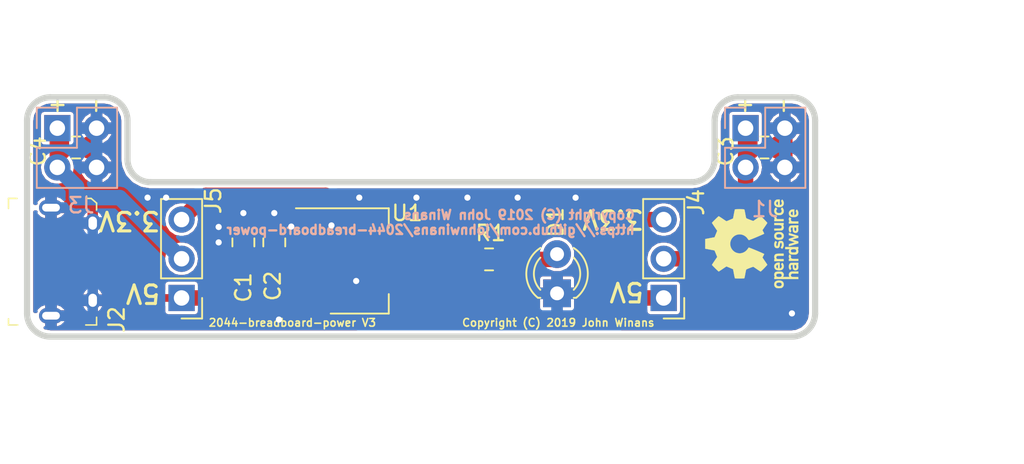
<source format=kicad_pcb>
(kicad_pcb (version 20171130) (host pcbnew 5.0.2-bee76a0~70~ubuntu18.04.1)

  (general
    (thickness 1.6)
    (drawings 30)
    (tracks 69)
    (zones 0)
    (modules 13)
    (nets 10)
  )

  (page A4)
  (title_block
    (date 2019-02-09)
    (rev 1)
  )

  (layers
    (0 F.Cu signal)
    (31 B.Cu signal)
    (32 B.Adhes user)
    (33 F.Adhes user)
    (34 B.Paste user)
    (35 F.Paste user)
    (36 B.SilkS user)
    (37 F.SilkS user)
    (38 B.Mask user)
    (39 F.Mask user)
    (40 Dwgs.User user)
    (41 Cmts.User user)
    (42 Eco1.User user)
    (43 Eco2.User user)
    (44 Edge.Cuts user)
    (45 Margin user)
    (46 B.CrtYd user)
    (47 F.CrtYd user)
    (48 B.Fab user hide)
    (49 F.Fab user hide)
  )

  (setup
    (last_trace_width 0.1524)
    (trace_clearance 0.1524)
    (zone_clearance 0.2)
    (zone_45_only no)
    (trace_min 0.1524)
    (segment_width 0.2)
    (edge_width 0.4)
    (via_size 0.8)
    (via_drill 0.4)
    (via_min_size 0.4)
    (via_min_drill 0.3)
    (uvia_size 0.3)
    (uvia_drill 0.1)
    (uvias_allowed no)
    (uvia_min_size 0.2)
    (uvia_min_drill 0.1)
    (pcb_text_width 0.3)
    (pcb_text_size 1.5 1.5)
    (mod_edge_width 0.15)
    (mod_text_size 1 1)
    (mod_text_width 0.15)
    (pad_size 1.524 1.524)
    (pad_drill 0.762)
    (pad_to_mask_clearance 0.0762)
    (solder_mask_min_width 0.25)
    (aux_axis_origin 0 0)
    (visible_elements FFFFFF7F)
    (pcbplotparams
      (layerselection 0x010fc_ffffffff)
      (usegerberextensions false)
      (usegerberattributes false)
      (usegerberadvancedattributes false)
      (creategerberjobfile false)
      (excludeedgelayer true)
      (linewidth 0.100000)
      (plotframeref false)
      (viasonmask false)
      (mode 1)
      (useauxorigin false)
      (hpglpennumber 1)
      (hpglpenspeed 20)
      (hpglpendiameter 15.000000)
      (psnegative false)
      (psa4output false)
      (plotreference true)
      (plotvalue true)
      (plotinvisibletext false)
      (padsonsilk false)
      (subtractmaskfromsilk false)
      (outputformat 1)
      (mirror false)
      (drillshape 1)
      (scaleselection 1)
      (outputdirectory ""))
  )

  (net 0 "")
  (net 1 GND)
  (net 2 "Net-(D1-Pad2)")
  (net 3 "Net-(J2-Pad3)")
  (net 4 "Net-(J2-Pad4)")
  (net 5 "Net-(J2-Pad2)")
  (net 6 +5V)
  (net 7 +3V3)
  (net 8 /Vout1)
  (net 9 /Vout2)

  (net_class Default "This is the default net class."
    (clearance 0.1524)
    (trace_width 0.1524)
    (via_dia 0.8)
    (via_drill 0.4)
    (uvia_dia 0.3)
    (uvia_drill 0.1)
    (add_net +3V3)
    (add_net +5V)
    (add_net /Vout1)
    (add_net /Vout2)
    (add_net GND)
    (add_net "Net-(D1-Pad2)")
    (add_net "Net-(J2-Pad2)")
    (add_net "Net-(J2-Pad3)")
    (add_net "Net-(J2-Pad4)")
  )

  (module Capacitor_SMD:C_0805_2012Metric_Pad1.15x1.40mm_HandSolder (layer F.Cu) (tedit 5B36C52B) (tstamp 5C8BD843)
    (at 129.5 70.4 90)
    (descr "Capacitor SMD 0805 (2012 Metric), square (rectangular) end terminal, IPC_7351 nominal with elongated pad for handsoldering. (Body size source: https://docs.google.com/spreadsheets/d/1BsfQQcO9C6DZCsRaXUlFlo91Tg2WpOkGARC1WS5S8t0/edit?usp=sharing), generated with kicad-footprint-generator")
    (tags "capacitor handsolder")
    (path /5C5C6E09)
    (attr smd)
    (fp_text reference C1 (at -2.925 0 90) (layer F.SilkS)
      (effects (font (size 1 1) (thickness 0.15)))
    )
    (fp_text value 10uF (at 0 1.65 90) (layer F.Fab)
      (effects (font (size 1 1) (thickness 0.15)))
    )
    (fp_line (start -1 0.6) (end -1 -0.6) (layer F.Fab) (width 0.1))
    (fp_line (start -1 -0.6) (end 1 -0.6) (layer F.Fab) (width 0.1))
    (fp_line (start 1 -0.6) (end 1 0.6) (layer F.Fab) (width 0.1))
    (fp_line (start 1 0.6) (end -1 0.6) (layer F.Fab) (width 0.1))
    (fp_line (start -0.261252 -0.71) (end 0.261252 -0.71) (layer F.SilkS) (width 0.12))
    (fp_line (start -0.261252 0.71) (end 0.261252 0.71) (layer F.SilkS) (width 0.12))
    (fp_line (start -1.85 0.95) (end -1.85 -0.95) (layer F.CrtYd) (width 0.05))
    (fp_line (start -1.85 -0.95) (end 1.85 -0.95) (layer F.CrtYd) (width 0.05))
    (fp_line (start 1.85 -0.95) (end 1.85 0.95) (layer F.CrtYd) (width 0.05))
    (fp_line (start 1.85 0.95) (end -1.85 0.95) (layer F.CrtYd) (width 0.05))
    (fp_text user %R (at 0 0 90) (layer F.Fab)
      (effects (font (size 0.5 0.5) (thickness 0.08)))
    )
    (pad 1 smd roundrect (at -1.025 0 90) (size 1.15 1.4) (layers F.Cu F.Paste F.Mask) (roundrect_rratio 0.217391)
      (net 6 +5V))
    (pad 2 smd roundrect (at 1.025 0 90) (size 1.15 1.4) (layers F.Cu F.Paste F.Mask) (roundrect_rratio 0.217391)
      (net 1 GND))
    (model ${KISYS3DMOD}/Capacitor_SMD.3dshapes/C_0805_2012Metric.wrl
      (at (xyz 0 0 0))
      (scale (xyz 1 1 1))
      (rotate (xyz 0 0 0))
    )
  )

  (module Capacitor_SMD:C_0805_2012Metric_Pad1.15x1.40mm_HandSolder (layer F.Cu) (tedit 5B36C52B) (tstamp 5C8BE649)
    (at 131.5 70.4 90)
    (descr "Capacitor SMD 0805 (2012 Metric), square (rectangular) end terminal, IPC_7351 nominal with elongated pad for handsoldering. (Body size source: https://docs.google.com/spreadsheets/d/1BsfQQcO9C6DZCsRaXUlFlo91Tg2WpOkGARC1WS5S8t0/edit?usp=sharing), generated with kicad-footprint-generator")
    (tags "capacitor handsolder")
    (path /5C5C7145)
    (attr smd)
    (fp_text reference C2 (at -2.825 -0.1 90) (layer F.SilkS)
      (effects (font (size 1 1) (thickness 0.15)))
    )
    (fp_text value 22uF (at 0 1.65 90) (layer F.Fab)
      (effects (font (size 1 1) (thickness 0.15)))
    )
    (fp_line (start -1 0.6) (end -1 -0.6) (layer F.Fab) (width 0.1))
    (fp_line (start -1 -0.6) (end 1 -0.6) (layer F.Fab) (width 0.1))
    (fp_line (start 1 -0.6) (end 1 0.6) (layer F.Fab) (width 0.1))
    (fp_line (start 1 0.6) (end -1 0.6) (layer F.Fab) (width 0.1))
    (fp_line (start -0.261252 -0.71) (end 0.261252 -0.71) (layer F.SilkS) (width 0.12))
    (fp_line (start -0.261252 0.71) (end 0.261252 0.71) (layer F.SilkS) (width 0.12))
    (fp_line (start -1.85 0.95) (end -1.85 -0.95) (layer F.CrtYd) (width 0.05))
    (fp_line (start -1.85 -0.95) (end 1.85 -0.95) (layer F.CrtYd) (width 0.05))
    (fp_line (start 1.85 -0.95) (end 1.85 0.95) (layer F.CrtYd) (width 0.05))
    (fp_line (start 1.85 0.95) (end -1.85 0.95) (layer F.CrtYd) (width 0.05))
    (fp_text user %R (at 0 0 90) (layer F.Fab)
      (effects (font (size 0.5 0.5) (thickness 0.08)))
    )
    (pad 1 smd roundrect (at -1.025 0 90) (size 1.15 1.4) (layers F.Cu F.Paste F.Mask) (roundrect_rratio 0.217391)
      (net 7 +3V3))
    (pad 2 smd roundrect (at 1.025 0 90) (size 1.15 1.4) (layers F.Cu F.Paste F.Mask) (roundrect_rratio 0.217391)
      (net 1 GND))
    (model ${KISYS3DMOD}/Capacitor_SMD.3dshapes/C_0805_2012Metric.wrl
      (at (xyz 0 0 0))
      (scale (xyz 1 1 1))
      (rotate (xyz 0 0 0))
    )
  )

  (module Capacitor_SMD:C_0805_2012Metric_Pad1.15x1.40mm_HandSolder (layer F.Cu) (tedit 5B36C52B) (tstamp 5C8BD865)
    (at 163.225 64.25)
    (descr "Capacitor SMD 0805 (2012 Metric), square (rectangular) end terminal, IPC_7351 nominal with elongated pad for handsoldering. (Body size source: https://docs.google.com/spreadsheets/d/1BsfQQcO9C6DZCsRaXUlFlo91Tg2WpOkGARC1WS5S8t0/edit?usp=sharing), generated with kicad-footprint-generator")
    (tags "capacitor handsolder")
    (path /5C769545)
    (attr smd)
    (fp_text reference C3 (at -2.525 0.25 90) (layer F.SilkS)
      (effects (font (size 1 1) (thickness 0.15)))
    )
    (fp_text value 22uF (at 0 1.65) (layer F.Fab)
      (effects (font (size 1 1) (thickness 0.15)))
    )
    (fp_text user %R (at 0 0) (layer F.Fab)
      (effects (font (size 0.5 0.5) (thickness 0.08)))
    )
    (fp_line (start 1.85 0.95) (end -1.85 0.95) (layer F.CrtYd) (width 0.05))
    (fp_line (start 1.85 -0.95) (end 1.85 0.95) (layer F.CrtYd) (width 0.05))
    (fp_line (start -1.85 -0.95) (end 1.85 -0.95) (layer F.CrtYd) (width 0.05))
    (fp_line (start -1.85 0.95) (end -1.85 -0.95) (layer F.CrtYd) (width 0.05))
    (fp_line (start -0.261252 0.71) (end 0.261252 0.71) (layer F.SilkS) (width 0.12))
    (fp_line (start -0.261252 -0.71) (end 0.261252 -0.71) (layer F.SilkS) (width 0.12))
    (fp_line (start 1 0.6) (end -1 0.6) (layer F.Fab) (width 0.1))
    (fp_line (start 1 -0.6) (end 1 0.6) (layer F.Fab) (width 0.1))
    (fp_line (start -1 -0.6) (end 1 -0.6) (layer F.Fab) (width 0.1))
    (fp_line (start -1 0.6) (end -1 -0.6) (layer F.Fab) (width 0.1))
    (pad 2 smd roundrect (at 1.025 0) (size 1.15 1.4) (layers F.Cu F.Paste F.Mask) (roundrect_rratio 0.217391)
      (net 1 GND))
    (pad 1 smd roundrect (at -1.025 0) (size 1.15 1.4) (layers F.Cu F.Paste F.Mask) (roundrect_rratio 0.217391)
      (net 8 /Vout1))
    (model ${KISYS3DMOD}/Capacitor_SMD.3dshapes/C_0805_2012Metric.wrl
      (at (xyz 0 0 0))
      (scale (xyz 1 1 1))
      (rotate (xyz 0 0 0))
    )
  )

  (module Capacitor_SMD:C_0805_2012Metric_Pad1.15x1.40mm_HandSolder (layer F.Cu) (tedit 5B36C52B) (tstamp 5C8BD876)
    (at 118.675 64.25)
    (descr "Capacitor SMD 0805 (2012 Metric), square (rectangular) end terminal, IPC_7351 nominal with elongated pad for handsoldering. (Body size source: https://docs.google.com/spreadsheets/d/1BsfQQcO9C6DZCsRaXUlFlo91Tg2WpOkGARC1WS5S8t0/edit?usp=sharing), generated with kicad-footprint-generator")
    (tags "capacitor handsolder")
    (path /5C5C7213)
    (attr smd)
    (fp_text reference C4 (at -2.475 0.25 90) (layer F.SilkS)
      (effects (font (size 1 1) (thickness 0.15)))
    )
    (fp_text value 22uF (at 0 1.65) (layer F.Fab)
      (effects (font (size 1 1) (thickness 0.15)))
    )
    (fp_text user %R (at 0 0) (layer F.Fab)
      (effects (font (size 0.5 0.5) (thickness 0.08)))
    )
    (fp_line (start 1.85 0.95) (end -1.85 0.95) (layer F.CrtYd) (width 0.05))
    (fp_line (start 1.85 -0.95) (end 1.85 0.95) (layer F.CrtYd) (width 0.05))
    (fp_line (start -1.85 -0.95) (end 1.85 -0.95) (layer F.CrtYd) (width 0.05))
    (fp_line (start -1.85 0.95) (end -1.85 -0.95) (layer F.CrtYd) (width 0.05))
    (fp_line (start -0.261252 0.71) (end 0.261252 0.71) (layer F.SilkS) (width 0.12))
    (fp_line (start -0.261252 -0.71) (end 0.261252 -0.71) (layer F.SilkS) (width 0.12))
    (fp_line (start 1 0.6) (end -1 0.6) (layer F.Fab) (width 0.1))
    (fp_line (start 1 -0.6) (end 1 0.6) (layer F.Fab) (width 0.1))
    (fp_line (start -1 -0.6) (end 1 -0.6) (layer F.Fab) (width 0.1))
    (fp_line (start -1 0.6) (end -1 -0.6) (layer F.Fab) (width 0.1))
    (pad 2 smd roundrect (at 1.025 0) (size 1.15 1.4) (layers F.Cu F.Paste F.Mask) (roundrect_rratio 0.217391)
      (net 1 GND))
    (pad 1 smd roundrect (at -1.025 0) (size 1.15 1.4) (layers F.Cu F.Paste F.Mask) (roundrect_rratio 0.217391)
      (net 9 /Vout2))
    (model ${KISYS3DMOD}/Capacitor_SMD.3dshapes/C_0805_2012Metric.wrl
      (at (xyz 0 0 0))
      (scale (xyz 1 1 1))
      (rotate (xyz 0 0 0))
    )
  )

  (module LED_THT:LED_D3.0mm (layer F.Cu) (tedit 587A3A7B) (tstamp 5C838B14)
    (at 149.8 73.7 90)
    (descr "LED, diameter 3.0mm, 2 pins")
    (tags "LED diameter 3.0mm 2 pins")
    (path /5C5C7CC1)
    (fp_text reference D1 (at 4.6 -0.1 90) (layer F.SilkS)
      (effects (font (size 1 1) (thickness 0.15)))
    )
    (fp_text value LED_ALT (at 1.27 2.96 90) (layer F.Fab)
      (effects (font (size 1 1) (thickness 0.15)))
    )
    (fp_arc (start 1.27 0) (end -0.23 -1.16619) (angle 284.3) (layer F.Fab) (width 0.1))
    (fp_arc (start 1.27 0) (end -0.29 -1.235516) (angle 108.8) (layer F.SilkS) (width 0.12))
    (fp_arc (start 1.27 0) (end -0.29 1.235516) (angle -108.8) (layer F.SilkS) (width 0.12))
    (fp_arc (start 1.27 0) (end 0.229039 -1.08) (angle 87.9) (layer F.SilkS) (width 0.12))
    (fp_arc (start 1.27 0) (end 0.229039 1.08) (angle -87.9) (layer F.SilkS) (width 0.12))
    (fp_circle (center 1.27 0) (end 2.77 0) (layer F.Fab) (width 0.1))
    (fp_line (start -0.23 -1.16619) (end -0.23 1.16619) (layer F.Fab) (width 0.1))
    (fp_line (start -0.29 -1.236) (end -0.29 -1.08) (layer F.SilkS) (width 0.12))
    (fp_line (start -0.29 1.08) (end -0.29 1.236) (layer F.SilkS) (width 0.12))
    (fp_line (start -1.15 -2.25) (end -1.15 2.25) (layer F.CrtYd) (width 0.05))
    (fp_line (start -1.15 2.25) (end 3.7 2.25) (layer F.CrtYd) (width 0.05))
    (fp_line (start 3.7 2.25) (end 3.7 -2.25) (layer F.CrtYd) (width 0.05))
    (fp_line (start 3.7 -2.25) (end -1.15 -2.25) (layer F.CrtYd) (width 0.05))
    (pad 1 thru_hole rect (at 0 0 90) (size 1.8 1.8) (drill 0.9) (layers *.Cu *.Mask)
      (net 1 GND))
    (pad 2 thru_hole circle (at 2.54 0 90) (size 1.8 1.8) (drill 0.9) (layers *.Cu *.Mask)
      (net 2 "Net-(D1-Pad2)"))
    (model ${KISYS3DMOD}/LED_THT.3dshapes/LED_D3.0mm.wrl
      (at (xyz 0 0 0))
      (scale (xyz 1 1 1))
      (rotate (xyz 0 0 0))
    )
  )

  (module Connector_PinHeader_2.54mm:PinHeader_2x02_P2.54mm_Vertical locked (layer B.Cu) (tedit 59FED5CC) (tstamp 5C8BE960)
    (at 162 63 270)
    (descr "Through hole straight pin header, 2x02, 2.54mm pitch, double rows")
    (tags "Through hole pin header THT 2x02 2.54mm double row")
    (path /5C5C8833)
    (fp_text reference J1 (at 5.25 -1.25) (layer B.SilkS)
      (effects (font (size 1 1) (thickness 0.15)) (justify mirror))
    )
    (fp_text value Conn_02x02_Odd_Even (at 1.27 -4.87 270) (layer B.Fab)
      (effects (font (size 1 1) (thickness 0.15)) (justify mirror))
    )
    (fp_line (start 0 1.27) (end 3.81 1.27) (layer B.Fab) (width 0.1))
    (fp_line (start 3.81 1.27) (end 3.81 -3.81) (layer B.Fab) (width 0.1))
    (fp_line (start 3.81 -3.81) (end -1.27 -3.81) (layer B.Fab) (width 0.1))
    (fp_line (start -1.27 -3.81) (end -1.27 0) (layer B.Fab) (width 0.1))
    (fp_line (start -1.27 0) (end 0 1.27) (layer B.Fab) (width 0.1))
    (fp_line (start -1.33 -3.87) (end 3.87 -3.87) (layer B.SilkS) (width 0.12))
    (fp_line (start -1.33 -1.27) (end -1.33 -3.87) (layer B.SilkS) (width 0.12))
    (fp_line (start 3.87 1.33) (end 3.87 -3.87) (layer B.SilkS) (width 0.12))
    (fp_line (start -1.33 -1.27) (end 1.27 -1.27) (layer B.SilkS) (width 0.12))
    (fp_line (start 1.27 -1.27) (end 1.27 1.33) (layer B.SilkS) (width 0.12))
    (fp_line (start 1.27 1.33) (end 3.87 1.33) (layer B.SilkS) (width 0.12))
    (fp_line (start -1.33 0) (end -1.33 1.33) (layer B.SilkS) (width 0.12))
    (fp_line (start -1.33 1.33) (end 0 1.33) (layer B.SilkS) (width 0.12))
    (fp_line (start -1.8 1.8) (end -1.8 -4.35) (layer B.CrtYd) (width 0.05))
    (fp_line (start -1.8 -4.35) (end 4.35 -4.35) (layer B.CrtYd) (width 0.05))
    (fp_line (start 4.35 -4.35) (end 4.35 1.8) (layer B.CrtYd) (width 0.05))
    (fp_line (start 4.35 1.8) (end -1.8 1.8) (layer B.CrtYd) (width 0.05))
    (fp_text user %R (at 1.27 -1.27 180) (layer B.Fab)
      (effects (font (size 1 1) (thickness 0.15)) (justify mirror))
    )
    (pad 1 thru_hole rect (at 0 0 270) (size 1.7 1.7) (drill 1) (layers *.Cu *.Mask)
      (net 8 /Vout1))
    (pad 2 thru_hole oval (at 2.54 0 270) (size 1.7 1.7) (drill 1) (layers *.Cu *.Mask)
      (net 8 /Vout1))
    (pad 3 thru_hole oval (at 0 -2.54 270) (size 1.7 1.7) (drill 1) (layers *.Cu *.Mask)
      (net 1 GND))
    (pad 4 thru_hole oval (at 2.54 -2.54 270) (size 1.7 1.7) (drill 1) (layers *.Cu *.Mask)
      (net 1 GND))
    (model ${KISYS3DMOD}/Connector_PinHeader_2.54mm.3dshapes/PinHeader_2x02_P2.54mm_Vertical.wrl
      (at (xyz 0 0 0))
      (scale (xyz 1 1 1))
      (rotate (xyz 0 0 0))
    )
  )

  (module Connector_PinHeader_2.54mm:PinHeader_2x02_P2.54mm_Vertical locked (layer B.Cu) (tedit 5C760175) (tstamp 5C8BEA15)
    (at 117.46 63 270)
    (descr "Through hole straight pin header, 2x02, 2.54mm pitch, double rows")
    (tags "Through hole pin header THT 2x02 2.54mm double row")
    (path /5C5C8979)
    (fp_text reference J3 (at 5 -1.54 180) (layer B.SilkS)
      (effects (font (size 1 1) (thickness 0.15)) (justify mirror))
    )
    (fp_text value Conn_02x02_Odd_Even (at 1.27 -4.87 270) (layer B.Fab)
      (effects (font (size 1 2) (thickness 0.15)) (justify mirror))
    )
    (fp_text user %R (at 1.27 -1.27 180) (layer B.Fab)
      (effects (font (size 1 1) (thickness 0.15)) (justify mirror))
    )
    (fp_line (start 4.35 1.8) (end -1.8 1.8) (layer B.CrtYd) (width 0.05))
    (fp_line (start 4.35 -4.35) (end 4.35 1.8) (layer B.CrtYd) (width 0.05))
    (fp_line (start -1.8 -4.35) (end 4.35 -4.35) (layer B.CrtYd) (width 0.05))
    (fp_line (start -1.8 1.8) (end -1.8 -4.35) (layer B.CrtYd) (width 0.05))
    (fp_line (start -1.33 1.33) (end 0 1.33) (layer B.SilkS) (width 0.12))
    (fp_line (start -1.33 0) (end -1.33 1.33) (layer B.SilkS) (width 0.12))
    (fp_line (start 1.27 1.33) (end 3.87 1.33) (layer B.SilkS) (width 0.12))
    (fp_line (start 1.27 -1.27) (end 1.27 1.33) (layer B.SilkS) (width 0.12))
    (fp_line (start -1.33 -1.27) (end 1.27 -1.27) (layer B.SilkS) (width 0.12))
    (fp_line (start 3.87 1.33) (end 3.87 -3.87) (layer B.SilkS) (width 0.12))
    (fp_line (start -1.33 -1.27) (end -1.33 -3.87) (layer B.SilkS) (width 0.12))
    (fp_line (start -1.33 -3.87) (end 3.87 -3.87) (layer B.SilkS) (width 0.12))
    (fp_line (start -1.27 0) (end 0 1.27) (layer B.Fab) (width 0.1))
    (fp_line (start -1.27 -3.81) (end -1.27 0) (layer B.Fab) (width 0.1))
    (fp_line (start 3.81 -3.81) (end -1.27 -3.81) (layer B.Fab) (width 0.1))
    (fp_line (start 3.81 1.27) (end 3.81 -3.81) (layer B.Fab) (width 0.1))
    (fp_line (start 0 1.27) (end 3.81 1.27) (layer B.Fab) (width 0.1))
    (pad 4 thru_hole oval (at 2.54 -2.54 270) (size 1.7 1.7) (drill 1) (layers *.Cu *.Mask)
      (net 1 GND))
    (pad 3 thru_hole oval (at 0 -2.54 270) (size 1.7 1.7) (drill 1) (layers *.Cu *.Mask)
      (net 1 GND))
    (pad 2 thru_hole oval (at 2.54 0 270) (size 1.7 1.7) (drill 1) (layers *.Cu *.Mask)
      (net 9 /Vout2))
    (pad 1 thru_hole rect (at 0 0 270) (size 1.7 1.7) (drill 1) (layers *.Cu *.Mask)
      (net 9 /Vout2))
    (model ${KISYS3DMOD}/Connector_PinHeader_2.54mm.3dshapes/PinHeader_2x02_P2.54mm_Vertical.wrl
      (at (xyz 0 0 0))
      (scale (xyz 1 1 1))
      (rotate (xyz 0 0 0))
    )
  )

  (module Resistor_SMD:R_0805_2012Metric_Pad1.15x1.40mm_HandSolder (layer F.Cu) (tedit 5B36C52B) (tstamp 5C8BD8F0)
    (at 145.4 71.5)
    (descr "Resistor SMD 0805 (2012 Metric), square (rectangular) end terminal, IPC_7351 nominal with elongated pad for handsoldering. (Body size source: https://docs.google.com/spreadsheets/d/1BsfQQcO9C6DZCsRaXUlFlo91Tg2WpOkGARC1WS5S8t0/edit?usp=sharing), generated with kicad-footprint-generator")
    (tags "resistor handsolder")
    (path /5C5C7E2C)
    (attr smd)
    (fp_text reference R1 (at 0.1 -1.7) (layer F.SilkS)
      (effects (font (size 1 1) (thickness 0.15)))
    )
    (fp_text value 330 (at 0 1.65) (layer F.Fab)
      (effects (font (size 1 1) (thickness 0.15)))
    )
    (fp_line (start -1 0.6) (end -1 -0.6) (layer F.Fab) (width 0.1))
    (fp_line (start -1 -0.6) (end 1 -0.6) (layer F.Fab) (width 0.1))
    (fp_line (start 1 -0.6) (end 1 0.6) (layer F.Fab) (width 0.1))
    (fp_line (start 1 0.6) (end -1 0.6) (layer F.Fab) (width 0.1))
    (fp_line (start -0.261252 -0.71) (end 0.261252 -0.71) (layer F.SilkS) (width 0.12))
    (fp_line (start -0.261252 0.71) (end 0.261252 0.71) (layer F.SilkS) (width 0.12))
    (fp_line (start -1.85 0.95) (end -1.85 -0.95) (layer F.CrtYd) (width 0.05))
    (fp_line (start -1.85 -0.95) (end 1.85 -0.95) (layer F.CrtYd) (width 0.05))
    (fp_line (start 1.85 -0.95) (end 1.85 0.95) (layer F.CrtYd) (width 0.05))
    (fp_line (start 1.85 0.95) (end -1.85 0.95) (layer F.CrtYd) (width 0.05))
    (fp_text user %R (at 0 0) (layer F.Fab)
      (effects (font (size 0.5 0.5) (thickness 0.08)))
    )
    (pad 1 smd roundrect (at -1.025 0) (size 1.15 1.4) (layers F.Cu F.Paste F.Mask) (roundrect_rratio 0.217391)
      (net 7 +3V3))
    (pad 2 smd roundrect (at 1.025 0) (size 1.15 1.4) (layers F.Cu F.Paste F.Mask) (roundrect_rratio 0.217391)
      (net 2 "Net-(D1-Pad2)"))
    (model ${KISYS3DMOD}/Resistor_SMD.3dshapes/R_0805_2012Metric.wrl
      (at (xyz 0 0 0))
      (scale (xyz 1 1 1))
      (rotate (xyz 0 0 0))
    )
  )

  (module Package_TO_SOT_SMD:SOT-223-3_TabPin2 (layer F.Cu) (tedit 5C75FDE4) (tstamp 5C8BD906)
    (at 137 71.6)
    (descr "module CMS SOT223 4 pins")
    (tags "CMS SOT")
    (path /5C5C6AB5)
    (attr smd)
    (fp_text reference U1 (at 3.1 -3.1) (layer F.SilkS)
      (effects (font (size 1 1) (thickness 0.15)))
    )
    (fp_text value " AZ1117CH-3.3TRG1" (at 0 4.5) (layer F.Fab)
      (effects (font (size 1 1) (thickness 0.15)))
    )
    (fp_text user %R (at 0 0 90) (layer F.Fab)
      (effects (font (size 0.8 0.8) (thickness 0.12)))
    )
    (fp_line (start 1.91 3.41) (end 1.91 2.15) (layer F.SilkS) (width 0.12))
    (fp_line (start 1.91 -3.41) (end 1.91 -2.15) (layer F.SilkS) (width 0.12))
    (fp_line (start 4.4 -3.6) (end -4.4 -3.6) (layer F.CrtYd) (width 0.05))
    (fp_line (start 4.4 3.6) (end 4.4 -3.6) (layer F.CrtYd) (width 0.05))
    (fp_line (start -4.4 3.6) (end 4.4 3.6) (layer F.CrtYd) (width 0.05))
    (fp_line (start -4.4 -3.6) (end -4.4 3.6) (layer F.CrtYd) (width 0.05))
    (fp_line (start -1.85 -2.35) (end -0.85 -3.35) (layer F.Fab) (width 0.1))
    (fp_line (start -1.85 -2.35) (end -1.85 3.35) (layer F.Fab) (width 0.1))
    (fp_line (start -1.85 3.41) (end 1.91 3.41) (layer F.SilkS) (width 0.12))
    (fp_line (start -0.85 -3.35) (end 1.85 -3.35) (layer F.Fab) (width 0.1))
    (fp_line (start -4.1 -3.41) (end 1.91 -3.41) (layer F.SilkS) (width 0.12))
    (fp_line (start -1.85 3.35) (end 1.85 3.35) (layer F.Fab) (width 0.1))
    (fp_line (start 1.85 -3.35) (end 1.85 3.35) (layer F.Fab) (width 0.1))
    (pad 2 smd rect (at 3.15 0) (size 2 3.8) (layers F.Cu F.Paste F.Mask)
      (net 7 +3V3))
    (pad 2 smd rect (at -3.15 0) (size 2 1.5) (layers F.Cu F.Paste F.Mask)
      (net 7 +3V3))
    (pad 3 smd rect (at -3.15 2.3) (size 2 1.5) (layers F.Cu F.Paste F.Mask)
      (net 6 +5V))
    (pad 1 smd rect (at -3.15 -2.3) (size 2 1.5) (layers F.Cu F.Paste F.Mask)
      (net 1 GND))
    (model ${KISYS3DMOD}/Package_TO_SOT_SMD.3dshapes/SOT-223.wrl
      (at (xyz 0 0 0))
      (scale (xyz 1 1 1))
      (rotate (xyz 0 0 0))
    )
  )

  (module digikey-footprints:USB_Micro_B_Female_10118194-0001LF (layer F.Cu) (tedit 5B07215D) (tstamp 5C75FAFA)
    (at 119.75 71.65 270)
    (descr http://portal.fciconnect.com/Comergent//fci/drawing/10118194.pdf)
    (path /5C7604DD)
    (fp_text reference J2 (at 3.75 -1.55 270) (layer F.SilkS)
      (effects (font (size 1 1) (thickness 0.15)))
    )
    (fp_text value 10118194-0001LF (at 0 7 270) (layer F.Fab)
      (effects (font (size 1 1) (thickness 0.15)))
    )
    (fp_line (start 4.5 5.75) (end 4.5 -1) (layer F.CrtYd) (width 0.05))
    (fp_line (start -4.5 5.75) (end 4.5 5.75) (layer F.CrtYd) (width 0.05))
    (fp_line (start -4.5 5.75) (end -4.5 -1) (layer F.CrtYd) (width 0.05))
    (fp_line (start -4.5 -1) (end 4.5 -1) (layer F.CrtYd) (width 0.05))
    (fp_line (start -4.1 4.9) (end -4.1 5.45) (layer F.SilkS) (width 0.1))
    (fp_line (start -4.1 5.45) (end -3.45 5.45) (layer F.SilkS) (width 0.1))
    (fp_line (start 4.1 4.85) (end 4.1 5.45) (layer F.SilkS) (width 0.1))
    (fp_line (start 4.1 5.45) (end 3.7 5.45) (layer F.SilkS) (width 0.1))
    (fp_line (start 3.6 -0.25) (end 4.1 -0.25) (layer F.SilkS) (width 0.1))
    (fp_line (start 4.1 -0.25) (end 4.1 0.45) (layer F.SilkS) (width 0.1))
    (fp_line (start -3.35 -0.25) (end -3.8 -0.25) (layer F.SilkS) (width 0.1))
    (fp_line (start -3.8 -0.25) (end -4.1 0.1) (layer F.SilkS) (width 0.1))
    (fp_line (start -4.1 0.1) (end -4.1 0.4) (layer F.SilkS) (width 0.1))
    (fp_line (start -4.1 0.4) (end -4.25 0.4) (layer F.SilkS) (width 0.1))
    (fp_line (start -4.03 5.38) (end -4.02 0.23) (layer F.Fab) (width 0.1))
    (fp_line (start 4.02 -0.15) (end -3.71 -0.15) (layer F.Fab) (width 0.1))
    (fp_line (start -4.02 0.23) (end -3.71 -0.15) (layer F.Fab) (width 0.1))
    (fp_text user %R (at 0 2.84 270) (layer F.Fab)
      (effects (font (size 1 1) (thickness 0.15)))
    )
    (fp_line (start -4.025 5.38) (end 4.025 5.38) (layer F.Fab) (width 0.1))
    (fp_line (start 4.025 5.38) (end 4.025 -0.15) (layer F.Fab) (width 0.1))
    (pad 3 smd rect (at 0 0 270) (size 0.4 1.35) (layers F.Cu F.Paste F.Mask)
      (net 3 "Net-(J2-Pad3)"))
    (pad 4 smd rect (at 0.65 0 270) (size 0.4 1.35) (layers F.Cu F.Paste F.Mask)
      (net 4 "Net-(J2-Pad4)"))
    (pad 5 smd rect (at 1.3 0 270) (size 0.4 1.35) (layers F.Cu F.Paste F.Mask)
      (net 1 GND))
    (pad 2 smd rect (at -0.65 0 270) (size 0.4 1.35) (layers F.Cu F.Paste F.Mask)
      (net 5 "Net-(J2-Pad2)"))
    (pad 1 smd rect (at -1.3 0 270) (size 0.4 1.35) (layers F.Cu F.Paste F.Mask)
      (net 6 +5V))
    (pad SH thru_hole oval (at 2.5 0 270) (size 1.25 0.95) (drill oval 0.85 0.55) (layers *.Cu *.Mask)
      (net 1 GND))
    (pad SH thru_hole oval (at -2.5 0 270) (size 1.25 0.95) (drill oval 0.85 0.55) (layers *.Cu *.Mask)
      (net 1 GND))
    (pad SH thru_hole oval (at -3.5 2.7 270) (size 1 1.55) (drill oval 0.5 1.15) (layers *.Cu *.Mask)
      (net 1 GND))
    (pad SH thru_hole oval (at 3.5 2.7 270) (size 1 1.55) (drill oval 0.5 1.15) (layers *.Cu *.Mask)
      (net 1 GND))
  )

  (module Connector_PinHeader_2.54mm:PinHeader_1x03_P2.54mm_Vertical (layer F.Cu) (tedit 59FED5CC) (tstamp 5C83814F)
    (at 156.7 74 180)
    (descr "Through hole straight pin header, 1x03, 2.54mm pitch, single row")
    (tags "Through hole pin header THT 1x03 2.54mm single row")
    (path /5C76ED86)
    (fp_text reference J4 (at -2.1 6.2 270) (layer F.SilkS)
      (effects (font (size 1 1) (thickness 0.15)))
    )
    (fp_text value Conn_01x03 (at 0 7.41 180) (layer F.Fab)
      (effects (font (size 1 1) (thickness 0.15)))
    )
    (fp_line (start -0.635 -1.27) (end 1.27 -1.27) (layer F.Fab) (width 0.1))
    (fp_line (start 1.27 -1.27) (end 1.27 6.35) (layer F.Fab) (width 0.1))
    (fp_line (start 1.27 6.35) (end -1.27 6.35) (layer F.Fab) (width 0.1))
    (fp_line (start -1.27 6.35) (end -1.27 -0.635) (layer F.Fab) (width 0.1))
    (fp_line (start -1.27 -0.635) (end -0.635 -1.27) (layer F.Fab) (width 0.1))
    (fp_line (start -1.33 6.41) (end 1.33 6.41) (layer F.SilkS) (width 0.12))
    (fp_line (start -1.33 1.27) (end -1.33 6.41) (layer F.SilkS) (width 0.12))
    (fp_line (start 1.33 1.27) (end 1.33 6.41) (layer F.SilkS) (width 0.12))
    (fp_line (start -1.33 1.27) (end 1.33 1.27) (layer F.SilkS) (width 0.12))
    (fp_line (start -1.33 0) (end -1.33 -1.33) (layer F.SilkS) (width 0.12))
    (fp_line (start -1.33 -1.33) (end 0 -1.33) (layer F.SilkS) (width 0.12))
    (fp_line (start -1.8 -1.8) (end -1.8 6.85) (layer F.CrtYd) (width 0.05))
    (fp_line (start -1.8 6.85) (end 1.8 6.85) (layer F.CrtYd) (width 0.05))
    (fp_line (start 1.8 6.85) (end 1.8 -1.8) (layer F.CrtYd) (width 0.05))
    (fp_line (start 1.8 -1.8) (end -1.8 -1.8) (layer F.CrtYd) (width 0.05))
    (fp_text user %R (at 0 2.54 270) (layer F.Fab)
      (effects (font (size 1 1) (thickness 0.15)))
    )
    (pad 1 thru_hole rect (at 0 0 180) (size 1.7 1.7) (drill 1) (layers *.Cu *.Mask)
      (net 6 +5V))
    (pad 2 thru_hole oval (at 0 2.54 180) (size 1.7 1.7) (drill 1) (layers *.Cu *.Mask)
      (net 8 /Vout1))
    (pad 3 thru_hole oval (at 0 5.08 180) (size 1.7 1.7) (drill 1) (layers *.Cu *.Mask)
      (net 7 +3V3))
    (model ${KISYS3DMOD}/Connector_PinHeader_2.54mm.3dshapes/PinHeader_1x03_P2.54mm_Vertical.wrl
      (at (xyz 0 0 0))
      (scale (xyz 1 1 1))
      (rotate (xyz 0 0 0))
    )
  )

  (module Connector_PinHeader_2.54mm:PinHeader_1x03_P2.54mm_Vertical (layer F.Cu) (tedit 59FED5CC) (tstamp 5C838166)
    (at 125.5 74 180)
    (descr "Through hole straight pin header, 1x03, 2.54mm pitch, single row")
    (tags "Through hole pin header THT 1x03 2.54mm single row")
    (path /5C76EFD3)
    (fp_text reference J5 (at -2.05 6.3 270) (layer F.SilkS)
      (effects (font (size 1 1) (thickness 0.15)))
    )
    (fp_text value Conn_01x03 (at 0 7.41 180) (layer F.Fab)
      (effects (font (size 1 1) (thickness 0.15)))
    )
    (fp_text user %R (at 0 2.54 270) (layer F.Fab)
      (effects (font (size 1 1) (thickness 0.15)))
    )
    (fp_line (start 1.8 -1.8) (end -1.8 -1.8) (layer F.CrtYd) (width 0.05))
    (fp_line (start 1.8 6.85) (end 1.8 -1.8) (layer F.CrtYd) (width 0.05))
    (fp_line (start -1.8 6.85) (end 1.8 6.85) (layer F.CrtYd) (width 0.05))
    (fp_line (start -1.8 -1.8) (end -1.8 6.85) (layer F.CrtYd) (width 0.05))
    (fp_line (start -1.33 -1.33) (end 0 -1.33) (layer F.SilkS) (width 0.12))
    (fp_line (start -1.33 0) (end -1.33 -1.33) (layer F.SilkS) (width 0.12))
    (fp_line (start -1.33 1.27) (end 1.33 1.27) (layer F.SilkS) (width 0.12))
    (fp_line (start 1.33 1.27) (end 1.33 6.41) (layer F.SilkS) (width 0.12))
    (fp_line (start -1.33 1.27) (end -1.33 6.41) (layer F.SilkS) (width 0.12))
    (fp_line (start -1.33 6.41) (end 1.33 6.41) (layer F.SilkS) (width 0.12))
    (fp_line (start -1.27 -0.635) (end -0.635 -1.27) (layer F.Fab) (width 0.1))
    (fp_line (start -1.27 6.35) (end -1.27 -0.635) (layer F.Fab) (width 0.1))
    (fp_line (start 1.27 6.35) (end -1.27 6.35) (layer F.Fab) (width 0.1))
    (fp_line (start 1.27 -1.27) (end 1.27 6.35) (layer F.Fab) (width 0.1))
    (fp_line (start -0.635 -1.27) (end 1.27 -1.27) (layer F.Fab) (width 0.1))
    (pad 3 thru_hole oval (at 0 5.08 180) (size 1.7 1.7) (drill 1) (layers *.Cu *.Mask)
      (net 7 +3V3))
    (pad 2 thru_hole oval (at 0 2.54 180) (size 1.7 1.7) (drill 1) (layers *.Cu *.Mask)
      (net 9 /Vout2))
    (pad 1 thru_hole rect (at 0 0 180) (size 1.7 1.7) (drill 1) (layers *.Cu *.Mask)
      (net 6 +5V))
    (model ${KISYS3DMOD}/Connector_PinHeader_2.54mm.3dshapes/PinHeader_1x03_P2.54mm_Vertical.wrl
      (at (xyz 0 0 0))
      (scale (xyz 1 1 1))
      (rotate (xyz 0 0 0))
    )
  )

  (module Symbol:OSHW-Logo_5.7x6mm_SilkScreen (layer F.Cu) (tedit 0) (tstamp 5C8D8E1A)
    (at 162.4 70.5 90)
    (descr "Open Source Hardware Logo")
    (tags "Logo OSHW")
    (attr virtual)
    (fp_text reference REF** (at 0 0 90) (layer F.SilkS) hide
      (effects (font (size 1 1) (thickness 0.15)))
    )
    (fp_text value OSHW-Logo_5.7x6mm_SilkScreen (at 0.75 0 90) (layer F.Fab) hide
      (effects (font (size 1 1) (thickness 0.15)))
    )
    (fp_poly (pts (xy 0.376964 -2.709982) (xy 0.433812 -2.40843) (xy 0.853338 -2.235488) (xy 1.104984 -2.406605)
      (xy 1.175458 -2.45425) (xy 1.239163 -2.49679) (xy 1.293126 -2.532285) (xy 1.334373 -2.55879)
      (xy 1.359934 -2.574364) (xy 1.366895 -2.577722) (xy 1.379435 -2.569086) (xy 1.406231 -2.545208)
      (xy 1.44428 -2.509141) (xy 1.490579 -2.463933) (xy 1.542123 -2.412636) (xy 1.595909 -2.358299)
      (xy 1.648935 -2.303972) (xy 1.698195 -2.252705) (xy 1.740687 -2.207549) (xy 1.773407 -2.171554)
      (xy 1.793351 -2.14777) (xy 1.798119 -2.13981) (xy 1.791257 -2.125135) (xy 1.77202 -2.092986)
      (xy 1.74243 -2.046508) (xy 1.70451 -1.988844) (xy 1.660282 -1.92314) (xy 1.634654 -1.885664)
      (xy 1.587941 -1.817232) (xy 1.546432 -1.75548) (xy 1.51214 -1.703481) (xy 1.48708 -1.664308)
      (xy 1.473264 -1.641035) (xy 1.471188 -1.636145) (xy 1.475895 -1.622245) (xy 1.488723 -1.58985)
      (xy 1.507738 -1.543515) (xy 1.531003 -1.487794) (xy 1.556584 -1.427242) (xy 1.582545 -1.366414)
      (xy 1.60695 -1.309864) (xy 1.627863 -1.262148) (xy 1.643349 -1.227819) (xy 1.651472 -1.211432)
      (xy 1.651952 -1.210788) (xy 1.664707 -1.207659) (xy 1.698677 -1.200679) (xy 1.75034 -1.190533)
      (xy 1.816176 -1.177908) (xy 1.892664 -1.163491) (xy 1.93729 -1.155177) (xy 2.019021 -1.139616)
      (xy 2.092843 -1.124808) (xy 2.155021 -1.111564) (xy 2.201822 -1.100695) (xy 2.229509 -1.093011)
      (xy 2.235074 -1.090573) (xy 2.240526 -1.07407) (xy 2.244924 -1.0368) (xy 2.248272 -0.98312)
      (xy 2.250574 -0.917388) (xy 2.251832 -0.843963) (xy 2.252048 -0.767204) (xy 2.251227 -0.691468)
      (xy 2.249371 -0.621114) (xy 2.246482 -0.5605) (xy 2.242565 -0.513984) (xy 2.237622 -0.485925)
      (xy 2.234657 -0.480084) (xy 2.216934 -0.473083) (xy 2.179381 -0.463073) (xy 2.126964 -0.451231)
      (xy 2.064652 -0.438733) (xy 2.0429 -0.43469) (xy 1.938024 -0.41548) (xy 1.85518 -0.400009)
      (xy 1.79163 -0.387663) (xy 1.744637 -0.377827) (xy 1.711463 -0.369886) (xy 1.689371 -0.363224)
      (xy 1.675624 -0.357227) (xy 1.667484 -0.351281) (xy 1.666345 -0.350106) (xy 1.654977 -0.331174)
      (xy 1.637635 -0.294331) (xy 1.61605 -0.244087) (xy 1.591954 -0.184954) (xy 1.567079 -0.121444)
      (xy 1.543157 -0.058068) (xy 1.521919 0.000662) (xy 1.505097 0.050235) (xy 1.494422 0.086139)
      (xy 1.491627 0.103862) (xy 1.49186 0.104483) (xy 1.501331 0.11897) (xy 1.522818 0.150844)
      (xy 1.554063 0.196789) (xy 1.592807 0.253485) (xy 1.636793 0.317617) (xy 1.649319 0.335842)
      (xy 1.693984 0.401914) (xy 1.733288 0.4622) (xy 1.765088 0.513235) (xy 1.787245 0.55156)
      (xy 1.797617 0.573711) (xy 1.798119 0.576432) (xy 1.789405 0.590736) (xy 1.765325 0.619072)
      (xy 1.728976 0.658396) (xy 1.683453 0.705661) (xy 1.631852 0.757823) (xy 1.577267 0.811835)
      (xy 1.522794 0.864653) (xy 1.471529 0.913231) (xy 1.426567 0.954523) (xy 1.391004 0.985485)
      (xy 1.367935 1.00307) (xy 1.361554 1.005941) (xy 1.346699 0.999178) (xy 1.316286 0.980939)
      (xy 1.275268 0.954297) (xy 1.243709 0.932852) (xy 1.186525 0.893503) (xy 1.118806 0.847171)
      (xy 1.05088 0.800913) (xy 1.014361 0.776155) (xy 0.890752 0.692547) (xy 0.786991 0.74865)
      (xy 0.73972 0.773228) (xy 0.699523 0.792331) (xy 0.672326 0.803227) (xy 0.665402 0.804743)
      (xy 0.657077 0.793549) (xy 0.640654 0.761917) (xy 0.617357 0.712765) (xy 0.588414 0.64901)
      (xy 0.55505 0.573571) (xy 0.518491 0.489364) (xy 0.479964 0.399308) (xy 0.440694 0.306321)
      (xy 0.401908 0.21332) (xy 0.36483 0.123223) (xy 0.330689 0.038948) (xy 0.300708 -0.036587)
      (xy 0.276116 -0.100466) (xy 0.258136 -0.149769) (xy 0.247997 -0.181579) (xy 0.246366 -0.192504)
      (xy 0.259291 -0.206439) (xy 0.287589 -0.22906) (xy 0.325346 -0.255667) (xy 0.328515 -0.257772)
      (xy 0.4261 -0.335886) (xy 0.504786 -0.427018) (xy 0.563891 -0.528255) (xy 0.602732 -0.636682)
      (xy 0.620628 -0.749386) (xy 0.616897 -0.863452) (xy 0.590857 -0.975966) (xy 0.541825 -1.084015)
      (xy 0.5274 -1.107655) (xy 0.452369 -1.203113) (xy 0.36373 -1.279768) (xy 0.264549 -1.33722)
      (xy 0.157895 -1.375071) (xy 0.046836 -1.392922) (xy -0.065561 -1.390375) (xy -0.176227 -1.36703)
      (xy -0.282094 -1.32249) (xy -0.380095 -1.256355) (xy -0.41041 -1.229513) (xy -0.487562 -1.145488)
      (xy -0.543782 -1.057034) (xy -0.582347 -0.957885) (xy -0.603826 -0.859697) (xy -0.609128 -0.749303)
      (xy -0.591448 -0.63836) (xy -0.552581 -0.530619) (xy -0.494323 -0.429831) (xy -0.418469 -0.339744)
      (xy -0.326817 -0.264108) (xy -0.314772 -0.256136) (xy -0.276611 -0.230026) (xy -0.247601 -0.207405)
      (xy -0.233732 -0.192961) (xy -0.233531 -0.192504) (xy -0.236508 -0.176879) (xy -0.248311 -0.141418)
      (xy -0.267714 -0.089038) (xy -0.293488 -0.022655) (xy -0.324409 0.054814) (xy -0.359249 0.14045)
      (xy -0.396783 0.231337) (xy -0.435783 0.324559) (xy -0.475023 0.417197) (xy -0.513276 0.506335)
      (xy -0.549317 0.589055) (xy -0.581917 0.662441) (xy -0.609852 0.723575) (xy -0.631895 0.769541)
      (xy -0.646818 0.797421) (xy -0.652828 0.804743) (xy -0.671191 0.799041) (xy -0.705552 0.783749)
      (xy -0.749984 0.761599) (xy -0.774417 0.74865) (xy -0.878178 0.692547) (xy -1.001787 0.776155)
      (xy -1.064886 0.818987) (xy -1.13397 0.866122) (xy -1.198707 0.910503) (xy -1.231134 0.932852)
      (xy -1.276741 0.963477) (xy -1.31536 0.987747) (xy -1.341952 1.002587) (xy -1.35059 1.005724)
      (xy -1.363161 0.997261) (xy -1.390984 0.973636) (xy -1.431361 0.937302) (xy -1.481595 0.890711)
      (xy -1.538988 0.836317) (xy -1.575286 0.801392) (xy -1.63879 0.738996) (xy -1.693673 0.683188)
      (xy -1.737714 0.636354) (xy -1.768695 0.600882) (xy -1.784398 0.579161) (xy -1.785905 0.574752)
      (xy -1.778914 0.557985) (xy -1.759594 0.524082) (xy -1.730091 0.476476) (xy -1.692545 0.418599)
      (xy -1.6491 0.353884) (xy -1.636745 0.335842) (xy -1.591727 0.270267) (xy -1.55134 0.211228)
      (xy -1.51784 0.162042) (xy -1.493486 0.126028) (xy -1.480536 0.106502) (xy -1.479285 0.104483)
      (xy -1.481156 0.088922) (xy -1.491087 0.054709) (xy -1.507347 0.006355) (xy -1.528205 -0.051629)
      (xy -1.551927 -0.11473) (xy -1.576784 -0.178437) (xy -1.601042 -0.238239) (xy -1.622971 -0.289624)
      (xy -1.640838 -0.328081) (xy -1.652913 -0.349098) (xy -1.653771 -0.350106) (xy -1.661154 -0.356112)
      (xy -1.673625 -0.362052) (xy -1.69392 -0.36854) (xy -1.724778 -0.376191) (xy -1.768934 -0.38562)
      (xy -1.829126 -0.397441) (xy -1.908093 -0.412271) (xy -2.00857 -0.430723) (xy -2.030325 -0.43469)
      (xy -2.094802 -0.447147) (xy -2.151011 -0.459334) (xy -2.193987 -0.470074) (xy -2.21876 -0.478191)
      (xy -2.222082 -0.480084) (xy -2.227556 -0.496862) (xy -2.232006 -0.534355) (xy -2.235428 -0.588206)
      (xy -2.237819 -0.654056) (xy -2.239177 -0.727547) (xy -2.239499 -0.80432) (xy -2.238781 -0.880017)
      (xy -2.237021 -0.95028) (xy -2.234216 -1.01075) (xy -2.230362 -1.05707) (xy -2.225457 -1.084881)
      (xy -2.2225 -1.090573) (xy -2.206037 -1.096314) (xy -2.168551 -1.105655) (xy -2.113775 -1.117785)
      (xy -2.045445 -1.131893) (xy -1.967294 -1.14717) (xy -1.924716 -1.155177) (xy -1.843929 -1.170279)
      (xy -1.771887 -1.18396) (xy -1.712111 -1.195533) (xy -1.668121 -1.204313) (xy -1.643439 -1.209613)
      (xy -1.639377 -1.210788) (xy -1.632511 -1.224035) (xy -1.617998 -1.255943) (xy -1.597771 -1.301953)
      (xy -1.573766 -1.357508) (xy -1.547918 -1.418047) (xy -1.52216 -1.479014) (xy -1.498427 -1.535849)
      (xy -1.478654 -1.583994) (xy -1.464776 -1.61889) (xy -1.458726 -1.635979) (xy -1.458614 -1.636726)
      (xy -1.465472 -1.650207) (xy -1.484698 -1.68123) (xy -1.514272 -1.726711) (xy -1.552173 -1.783568)
      (xy -1.59638 -1.848717) (xy -1.622079 -1.886138) (xy -1.668907 -1.954753) (xy -1.710499 -2.017048)
      (xy -1.744825 -2.069871) (xy -1.769857 -2.110073) (xy -1.783565 -2.1345) (xy -1.785544 -2.139976)
      (xy -1.777034 -2.152722) (xy -1.753507 -2.179937) (xy -1.717968 -2.218572) (xy -1.673423 -2.265577)
      (xy -1.622877 -2.317905) (xy -1.569336 -2.372505) (xy -1.515805 -2.42633) (xy -1.465289 -2.47633)
      (xy -1.420794 -2.519457) (xy -1.385325 -2.552661) (xy -1.361887 -2.572894) (xy -1.354046 -2.577722)
      (xy -1.34128 -2.570933) (xy -1.310744 -2.551858) (xy -1.26541 -2.522439) (xy -1.208244 -2.484619)
      (xy -1.142216 -2.440339) (xy -1.09241 -2.406605) (xy -0.840764 -2.235488) (xy -0.631001 -2.321959)
      (xy -0.421237 -2.40843) (xy -0.364389 -2.709982) (xy -0.30754 -3.011534) (xy 0.320115 -3.011534)
      (xy 0.376964 -2.709982)) (layer F.SilkS) (width 0.01))
    (fp_poly (pts (xy 1.79946 1.45803) (xy 1.842711 1.471245) (xy 1.870558 1.487941) (xy 1.879629 1.501145)
      (xy 1.877132 1.516797) (xy 1.860931 1.541385) (xy 1.847232 1.5588) (xy 1.818992 1.590283)
      (xy 1.797775 1.603529) (xy 1.779688 1.602664) (xy 1.726035 1.58901) (xy 1.68663 1.58963)
      (xy 1.654632 1.605104) (xy 1.64389 1.614161) (xy 1.609505 1.646027) (xy 1.609505 2.062179)
      (xy 1.471188 2.062179) (xy 1.471188 1.458614) (xy 1.540347 1.458614) (xy 1.581869 1.460256)
      (xy 1.603291 1.466087) (xy 1.609502 1.477461) (xy 1.609505 1.477798) (xy 1.612439 1.489713)
      (xy 1.625704 1.488159) (xy 1.644084 1.479563) (xy 1.682046 1.463568) (xy 1.712872 1.453945)
      (xy 1.752536 1.451478) (xy 1.79946 1.45803)) (layer F.SilkS) (width 0.01))
    (fp_poly (pts (xy -0.754012 1.469002) (xy -0.722717 1.48395) (xy -0.692409 1.505541) (xy -0.669318 1.530391)
      (xy -0.6525 1.562087) (xy -0.641006 1.604214) (xy -0.633891 1.660358) (xy -0.630207 1.734106)
      (xy -0.629008 1.829044) (xy -0.628989 1.838985) (xy -0.628713 2.062179) (xy -0.76703 2.062179)
      (xy -0.76703 1.856418) (xy -0.767128 1.780189) (xy -0.767809 1.724939) (xy -0.769651 1.686501)
      (xy -0.773233 1.660706) (xy -0.779132 1.643384) (xy -0.787927 1.630368) (xy -0.80018 1.617507)
      (xy -0.843047 1.589873) (xy -0.889843 1.584745) (xy -0.934424 1.602217) (xy -0.949928 1.615221)
      (xy -0.96131 1.627447) (xy -0.969481 1.64054) (xy -0.974974 1.658615) (xy -0.97832 1.685787)
      (xy -0.980051 1.72617) (xy -0.980697 1.783879) (xy -0.980792 1.854132) (xy -0.980792 2.062179)
      (xy -1.119109 2.062179) (xy -1.119109 1.458614) (xy -1.04995 1.458614) (xy -1.008428 1.460256)
      (xy -0.987006 1.466087) (xy -0.980795 1.477461) (xy -0.980792 1.477798) (xy -0.97791 1.488938)
      (xy -0.965199 1.487674) (xy -0.939926 1.475434) (xy -0.882605 1.457424) (xy -0.817037 1.455421)
      (xy -0.754012 1.469002)) (layer F.SilkS) (width 0.01))
    (fp_poly (pts (xy 2.677898 1.456457) (xy 2.710096 1.464279) (xy 2.771825 1.492921) (xy 2.82461 1.536667)
      (xy 2.861141 1.589117) (xy 2.86616 1.600893) (xy 2.873045 1.63174) (xy 2.877864 1.677371)
      (xy 2.879505 1.723492) (xy 2.879505 1.810693) (xy 2.697178 1.810693) (xy 2.621979 1.810978)
      (xy 2.569003 1.812704) (xy 2.535325 1.817181) (xy 2.51802 1.82572) (xy 2.514163 1.83963)
      (xy 2.520829 1.860222) (xy 2.53277 1.884315) (xy 2.56608 1.924525) (xy 2.612368 1.944558)
      (xy 2.668944 1.943905) (xy 2.733031 1.922101) (xy 2.788417 1.895193) (xy 2.834375 1.931532)
      (xy 2.880333 1.967872) (xy 2.837096 2.007819) (xy 2.779374 2.045563) (xy 2.708386 2.06832)
      (xy 2.632029 2.074688) (xy 2.558199 2.063268) (xy 2.546287 2.059393) (xy 2.481399 2.025506)
      (xy 2.43313 1.974986) (xy 2.400465 1.906325) (xy 2.382385 1.818014) (xy 2.382175 1.816121)
      (xy 2.380556 1.719878) (xy 2.3871 1.685542) (xy 2.514852 1.685542) (xy 2.526584 1.690822)
      (xy 2.558438 1.694867) (xy 2.605397 1.697176) (xy 2.635154 1.697525) (xy 2.690648 1.697306)
      (xy 2.725346 1.695916) (xy 2.743601 1.692251) (xy 2.749766 1.68521) (xy 2.748195 1.67369)
      (xy 2.746878 1.669233) (xy 2.724382 1.627355) (xy 2.689003 1.593604) (xy 2.65778 1.578773)
      (xy 2.616301 1.579668) (xy 2.574269 1.598164) (xy 2.539012 1.628786) (xy 2.517854 1.666062)
      (xy 2.514852 1.685542) (xy 2.3871 1.685542) (xy 2.39669 1.635229) (xy 2.428698 1.564191)
      (xy 2.474701 1.508779) (xy 2.532821 1.471009) (xy 2.60118 1.452896) (xy 2.677898 1.456457)) (layer F.SilkS) (width 0.01))
    (fp_poly (pts (xy 2.217226 1.46388) (xy 2.29008 1.49483) (xy 2.313027 1.509895) (xy 2.342354 1.533048)
      (xy 2.360764 1.551253) (xy 2.363961 1.557183) (xy 2.354935 1.57034) (xy 2.331837 1.592667)
      (xy 2.313344 1.60825) (xy 2.262728 1.648926) (xy 2.22276 1.615295) (xy 2.191874 1.593584)
      (xy 2.161759 1.58609) (xy 2.127292 1.58792) (xy 2.072561 1.601528) (xy 2.034886 1.629772)
      (xy 2.011991 1.675433) (xy 2.001597 1.741289) (xy 2.001595 1.741331) (xy 2.002494 1.814939)
      (xy 2.016463 1.868946) (xy 2.044328 1.905716) (xy 2.063325 1.918168) (xy 2.113776 1.933673)
      (xy 2.167663 1.933683) (xy 2.214546 1.918638) (xy 2.225644 1.911287) (xy 2.253476 1.892511)
      (xy 2.275236 1.889434) (xy 2.298704 1.903409) (xy 2.324649 1.92851) (xy 2.365716 1.97088)
      (xy 2.320121 2.008464) (xy 2.249674 2.050882) (xy 2.170233 2.071785) (xy 2.087215 2.070272)
      (xy 2.032694 2.056411) (xy 1.96897 2.022135) (xy 1.918005 1.968212) (xy 1.894851 1.930149)
      (xy 1.876099 1.875536) (xy 1.866715 1.806369) (xy 1.866643 1.731407) (xy 1.875824 1.659409)
      (xy 1.894199 1.599137) (xy 1.897093 1.592958) (xy 1.939952 1.532351) (xy 1.997979 1.488224)
      (xy 2.066591 1.461493) (xy 2.141201 1.453073) (xy 2.217226 1.46388)) (layer F.SilkS) (width 0.01))
    (fp_poly (pts (xy 0.993367 1.654342) (xy 0.994555 1.746563) (xy 0.998897 1.81661) (xy 1.007558 1.867381)
      (xy 1.021704 1.901772) (xy 1.0425 1.922679) (xy 1.07111 1.933) (xy 1.106535 1.935636)
      (xy 1.143636 1.932682) (xy 1.171818 1.921889) (xy 1.192243 1.90036) (xy 1.206079 1.865199)
      (xy 1.214491 1.81351) (xy 1.218643 1.742394) (xy 1.219703 1.654342) (xy 1.219703 1.458614)
      (xy 1.35802 1.458614) (xy 1.35802 2.062179) (xy 1.288862 2.062179) (xy 1.24717 2.060489)
      (xy 1.225701 2.054556) (xy 1.219703 2.043293) (xy 1.216091 2.033261) (xy 1.201714 2.035383)
      (xy 1.172736 2.04958) (xy 1.106319 2.07148) (xy 1.035875 2.069928) (xy 0.968377 2.046147)
      (xy 0.936233 2.027362) (xy 0.911715 2.007022) (xy 0.893804 1.981573) (xy 0.881479 1.947458)
      (xy 0.873723 1.901121) (xy 0.869516 1.839007) (xy 0.86784 1.757561) (xy 0.867624 1.694578)
      (xy 0.867624 1.458614) (xy 0.993367 1.458614) (xy 0.993367 1.654342)) (layer F.SilkS) (width 0.01))
    (fp_poly (pts (xy 0.610762 1.466055) (xy 0.674363 1.500692) (xy 0.724123 1.555372) (xy 0.747568 1.599842)
      (xy 0.757634 1.639121) (xy 0.764156 1.695116) (xy 0.766951 1.759621) (xy 0.765836 1.824429)
      (xy 0.760626 1.881334) (xy 0.754541 1.911727) (xy 0.734014 1.953306) (xy 0.698463 1.997468)
      (xy 0.655619 2.036087) (xy 0.613211 2.061034) (xy 0.612177 2.06143) (xy 0.559553 2.072331)
      (xy 0.497188 2.072601) (xy 0.437924 2.062676) (xy 0.41504 2.054722) (xy 0.356102 2.0213)
      (xy 0.31389 1.977511) (xy 0.286156 1.919538) (xy 0.270651 1.843565) (xy 0.267143 1.803771)
      (xy 0.26759 1.753766) (xy 0.402376 1.753766) (xy 0.406917 1.826732) (xy 0.419986 1.882334)
      (xy 0.440756 1.917861) (xy 0.455552 1.92802) (xy 0.493464 1.935104) (xy 0.538527 1.933007)
      (xy 0.577487 1.922812) (xy 0.587704 1.917204) (xy 0.614659 1.884538) (xy 0.632451 1.834545)
      (xy 0.640024 1.773705) (xy 0.636325 1.708497) (xy 0.628057 1.669253) (xy 0.60432 1.623805)
      (xy 0.566849 1.595396) (xy 0.52172 1.585573) (xy 0.475011 1.595887) (xy 0.439132 1.621112)
      (xy 0.420277 1.641925) (xy 0.409272 1.662439) (xy 0.404026 1.690203) (xy 0.402449 1.732762)
      (xy 0.402376 1.753766) (xy 0.26759 1.753766) (xy 0.268094 1.69758) (xy 0.285388 1.610501)
      (xy 0.319029 1.54253) (xy 0.369018 1.493664) (xy 0.435356 1.463899) (xy 0.449601 1.460448)
      (xy 0.53521 1.452345) (xy 0.610762 1.466055)) (layer F.SilkS) (width 0.01))
    (fp_poly (pts (xy 0.014017 1.456452) (xy 0.061634 1.465482) (xy 0.111034 1.48437) (xy 0.116312 1.486777)
      (xy 0.153774 1.506476) (xy 0.179717 1.524781) (xy 0.188103 1.536508) (xy 0.180117 1.555632)
      (xy 0.16072 1.58385) (xy 0.15211 1.594384) (xy 0.116628 1.635847) (xy 0.070885 1.608858)
      (xy 0.02735 1.590878) (xy -0.02295 1.581267) (xy -0.071188 1.58066) (xy -0.108533 1.589691)
      (xy -0.117495 1.595327) (xy -0.134563 1.621171) (xy -0.136637 1.650941) (xy -0.123866 1.674197)
      (xy -0.116312 1.678708) (xy -0.093675 1.684309) (xy -0.053885 1.690892) (xy -0.004834 1.697183)
      (xy 0.004215 1.69817) (xy 0.082996 1.711798) (xy 0.140136 1.734946) (xy 0.17803 1.769752)
      (xy 0.199079 1.818354) (xy 0.205635 1.877718) (xy 0.196577 1.945198) (xy 0.167164 1.998188)
      (xy 0.117278 2.036783) (xy 0.0468 2.061081) (xy -0.031435 2.070667) (xy -0.095234 2.070552)
      (xy -0.146984 2.061845) (xy -0.182327 2.049825) (xy -0.226983 2.02888) (xy -0.268253 2.004574)
      (xy -0.282921 1.993876) (xy -0.320643 1.963084) (xy -0.275148 1.917049) (xy -0.229653 1.871013)
      (xy -0.177928 1.905243) (xy -0.126048 1.930952) (xy -0.070649 1.944399) (xy -0.017395 1.945818)
      (xy 0.028049 1.935443) (xy 0.060016 1.913507) (xy 0.070338 1.894998) (xy 0.068789 1.865314)
      (xy 0.04314 1.842615) (xy -0.00654 1.82694) (xy -0.060969 1.819695) (xy -0.144736 1.805873)
      (xy -0.206967 1.779796) (xy -0.248493 1.740699) (xy -0.270147 1.68782) (xy -0.273147 1.625126)
      (xy -0.258329 1.559642) (xy -0.224546 1.510144) (xy -0.171495 1.476408) (xy -0.098874 1.458207)
      (xy -0.045072 1.454639) (xy 0.014017 1.456452)) (layer F.SilkS) (width 0.01))
    (fp_poly (pts (xy -1.356699 1.472614) (xy -1.344168 1.478514) (xy -1.300799 1.510283) (xy -1.25979 1.556646)
      (xy -1.229168 1.607696) (xy -1.220459 1.631166) (xy -1.212512 1.673091) (xy -1.207774 1.723757)
      (xy -1.207199 1.744679) (xy -1.207129 1.810693) (xy -1.587083 1.810693) (xy -1.578983 1.845273)
      (xy -1.559104 1.88617) (xy -1.524347 1.921514) (xy -1.482998 1.944282) (xy -1.456649 1.94901)
      (xy -1.420916 1.943273) (xy -1.378282 1.928882) (xy -1.363799 1.922262) (xy -1.31024 1.895513)
      (xy -1.264533 1.930376) (xy -1.238158 1.953955) (xy -1.224124 1.973417) (xy -1.223414 1.979129)
      (xy -1.235951 1.992973) (xy -1.263428 2.014012) (xy -1.288366 2.030425) (xy -1.355664 2.05993)
      (xy -1.43111 2.073284) (xy -1.505888 2.069812) (xy -1.565495 2.051663) (xy -1.626941 2.012784)
      (xy -1.670608 1.961595) (xy -1.697926 1.895367) (xy -1.710322 1.811371) (xy -1.711421 1.772936)
      (xy -1.707022 1.684861) (xy -1.706482 1.682299) (xy -1.580582 1.682299) (xy -1.577115 1.690558)
      (xy -1.562863 1.695113) (xy -1.53347 1.697065) (xy -1.484575 1.697517) (xy -1.465748 1.697525)
      (xy -1.408467 1.696843) (xy -1.372141 1.694364) (xy -1.352604 1.689443) (xy -1.34569 1.681434)
      (xy -1.345445 1.678862) (xy -1.353336 1.658423) (xy -1.373085 1.629789) (xy -1.381575 1.619763)
      (xy -1.413094 1.591408) (xy -1.445949 1.580259) (xy -1.463651 1.579327) (xy -1.511539 1.590981)
      (xy -1.551699 1.622285) (xy -1.577173 1.667752) (xy -1.577625 1.669233) (xy -1.580582 1.682299)
      (xy -1.706482 1.682299) (xy -1.692392 1.61551) (xy -1.666038 1.560025) (xy -1.633807 1.520639)
      (xy -1.574217 1.477931) (xy -1.504168 1.455109) (xy -1.429661 1.453046) (xy -1.356699 1.472614)) (layer F.SilkS) (width 0.01))
    (fp_poly (pts (xy -2.538261 1.465148) (xy -2.472479 1.494231) (xy -2.42254 1.542793) (xy -2.388374 1.610908)
      (xy -2.369907 1.698651) (xy -2.368583 1.712351) (xy -2.367546 1.808939) (xy -2.380993 1.893602)
      (xy -2.408108 1.962221) (xy -2.422627 1.984294) (xy -2.473201 2.031011) (xy -2.537609 2.061268)
      (xy -2.609666 2.073824) (xy -2.683185 2.067439) (xy -2.739072 2.047772) (xy -2.787132 2.014629)
      (xy -2.826412 1.971175) (xy -2.827092 1.970158) (xy -2.843044 1.943338) (xy -2.85341 1.916368)
      (xy -2.859688 1.882332) (xy -2.863373 1.83431) (xy -2.864997 1.794931) (xy -2.865672 1.759219)
      (xy -2.739955 1.759219) (xy -2.738726 1.79477) (xy -2.734266 1.842094) (xy -2.726397 1.872465)
      (xy -2.712207 1.894072) (xy -2.698917 1.906694) (xy -2.651802 1.933122) (xy -2.602505 1.936653)
      (xy -2.556593 1.917639) (xy -2.533638 1.896331) (xy -2.517096 1.874859) (xy -2.507421 1.854313)
      (xy -2.503174 1.827574) (xy -2.50292 1.787523) (xy -2.504228 1.750638) (xy -2.507043 1.697947)
      (xy -2.511505 1.663772) (xy -2.519548 1.64148) (xy -2.533103 1.624442) (xy -2.543845 1.614703)
      (xy -2.588777 1.589123) (xy -2.637249 1.587847) (xy -2.677894 1.602999) (xy -2.712567 1.634642)
      (xy -2.733224 1.68662) (xy -2.739955 1.759219) (xy -2.865672 1.759219) (xy -2.866479 1.716621)
      (xy -2.863948 1.658056) (xy -2.856362 1.614007) (xy -2.842681 1.579248) (xy -2.821865 1.548551)
      (xy -2.814147 1.539436) (xy -2.765889 1.494021) (xy -2.714128 1.467493) (xy -2.650828 1.456379)
      (xy -2.619961 1.455471) (xy -2.538261 1.465148)) (layer F.SilkS) (width 0.01))
    (fp_poly (pts (xy 2.032581 2.40497) (xy 2.092685 2.420597) (xy 2.143021 2.452848) (xy 2.167393 2.47694)
      (xy 2.207345 2.533895) (xy 2.230242 2.599965) (xy 2.238108 2.681182) (xy 2.238148 2.687748)
      (xy 2.238218 2.753763) (xy 1.858264 2.753763) (xy 1.866363 2.788342) (xy 1.880987 2.819659)
      (xy 1.906581 2.852291) (xy 1.911935 2.8575) (xy 1.957943 2.885694) (xy 2.01041 2.890475)
      (xy 2.070803 2.871926) (xy 2.08104 2.866931) (xy 2.112439 2.851745) (xy 2.13347 2.843094)
      (xy 2.137139 2.842293) (xy 2.149948 2.850063) (xy 2.174378 2.869072) (xy 2.186779 2.87946)
      (xy 2.212476 2.903321) (xy 2.220915 2.919077) (xy 2.215058 2.933571) (xy 2.211928 2.937534)
      (xy 2.190725 2.954879) (xy 2.155738 2.975959) (xy 2.131337 2.988265) (xy 2.062072 3.009946)
      (xy 1.985388 3.016971) (xy 1.912765 3.008647) (xy 1.892426 3.002686) (xy 1.829476 2.968952)
      (xy 1.782815 2.917045) (xy 1.752173 2.846459) (xy 1.737282 2.756692) (xy 1.735647 2.709753)
      (xy 1.740421 2.641413) (xy 1.86099 2.641413) (xy 1.872652 2.646465) (xy 1.903998 2.650429)
      (xy 1.949571 2.652768) (xy 1.980446 2.653169) (xy 2.035981 2.652783) (xy 2.071033 2.650975)
      (xy 2.090262 2.646773) (xy 2.09833 2.639203) (xy 2.099901 2.628218) (xy 2.089121 2.594381)
      (xy 2.06198 2.56094) (xy 2.026277 2.535272) (xy 1.99056 2.524772) (xy 1.942048 2.534086)
      (xy 1.900053 2.561013) (xy 1.870936 2.599827) (xy 1.86099 2.641413) (xy 1.740421 2.641413)
      (xy 1.742599 2.610236) (xy 1.764055 2.530949) (xy 1.80047 2.471263) (xy 1.852297 2.430549)
      (xy 1.91999 2.408179) (xy 1.956662 2.403871) (xy 2.032581 2.40497)) (layer F.SilkS) (width 0.01))
    (fp_poly (pts (xy 1.635255 2.401486) (xy 1.683595 2.411015) (xy 1.711114 2.425125) (xy 1.740064 2.448568)
      (xy 1.698876 2.500571) (xy 1.673482 2.532064) (xy 1.656238 2.547428) (xy 1.639102 2.549776)
      (xy 1.614027 2.542217) (xy 1.602257 2.537941) (xy 1.55427 2.531631) (xy 1.510324 2.545156)
      (xy 1.47806 2.57571) (xy 1.472819 2.585452) (xy 1.467112 2.611258) (xy 1.462706 2.658817)
      (xy 1.459811 2.724758) (xy 1.458631 2.80571) (xy 1.458614 2.817226) (xy 1.458614 3.017822)
      (xy 1.320297 3.017822) (xy 1.320297 2.401683) (xy 1.389456 2.401683) (xy 1.429333 2.402725)
      (xy 1.450107 2.407358) (xy 1.457789 2.417849) (xy 1.458614 2.427745) (xy 1.458614 2.453806)
      (xy 1.491745 2.427745) (xy 1.529735 2.409965) (xy 1.58077 2.401174) (xy 1.635255 2.401486)) (layer F.SilkS) (width 0.01))
    (fp_poly (pts (xy 1.038411 2.405417) (xy 1.091411 2.41829) (xy 1.106731 2.42511) (xy 1.136428 2.442974)
      (xy 1.15922 2.463093) (xy 1.176083 2.488962) (xy 1.187998 2.524073) (xy 1.195942 2.57192)
      (xy 1.200894 2.635996) (xy 1.203831 2.719794) (xy 1.204947 2.775768) (xy 1.209052 3.017822)
      (xy 1.138932 3.017822) (xy 1.096393 3.016038) (xy 1.074476 3.009942) (xy 1.068812 2.999706)
      (xy 1.065821 2.988637) (xy 1.052451 2.990754) (xy 1.034233 2.999629) (xy 0.988624 3.013233)
      (xy 0.930007 3.016899) (xy 0.868354 3.010903) (xy 0.813638 2.995521) (xy 0.80873 2.993386)
      (xy 0.758723 2.958255) (xy 0.725756 2.909419) (xy 0.710587 2.852333) (xy 0.711746 2.831824)
      (xy 0.835508 2.831824) (xy 0.846413 2.859425) (xy 0.878745 2.879204) (xy 0.93091 2.889819)
      (xy 0.958787 2.891228) (xy 1.005247 2.88762) (xy 1.036129 2.873597) (xy 1.043664 2.866931)
      (xy 1.064076 2.830666) (xy 1.068812 2.797773) (xy 1.068812 2.753763) (xy 1.007513 2.753763)
      (xy 0.936256 2.757395) (xy 0.886276 2.768818) (xy 0.854696 2.788824) (xy 0.847626 2.797743)
      (xy 0.835508 2.831824) (xy 0.711746 2.831824) (xy 0.713971 2.792456) (xy 0.736663 2.735244)
      (xy 0.767624 2.69658) (xy 0.786376 2.679864) (xy 0.804733 2.668878) (xy 0.828619 2.66218)
      (xy 0.863957 2.658326) (xy 0.916669 2.655873) (xy 0.937577 2.655168) (xy 1.068812 2.650879)
      (xy 1.06862 2.611158) (xy 1.063537 2.569405) (xy 1.045162 2.544158) (xy 1.008039 2.52803)
      (xy 1.007043 2.527742) (xy 0.95441 2.5214) (xy 0.902906 2.529684) (xy 0.86463 2.549827)
      (xy 0.849272 2.559773) (xy 0.83273 2.558397) (xy 0.807275 2.543987) (xy 0.792328 2.533817)
      (xy 0.763091 2.512088) (xy 0.74498 2.4958) (xy 0.742074 2.491137) (xy 0.75404 2.467005)
      (xy 0.789396 2.438185) (xy 0.804753 2.428461) (xy 0.848901 2.411714) (xy 0.908398 2.402227)
      (xy 0.974487 2.400095) (xy 1.038411 2.405417)) (layer F.SilkS) (width 0.01))
    (fp_poly (pts (xy 0.281524 2.404237) (xy 0.331255 2.407971) (xy 0.461291 2.797773) (xy 0.481678 2.728614)
      (xy 0.493946 2.685874) (xy 0.510085 2.628115) (xy 0.527512 2.564625) (xy 0.536726 2.53057)
      (xy 0.571388 2.401683) (xy 0.714391 2.401683) (xy 0.671646 2.536857) (xy 0.650596 2.603342)
      (xy 0.625167 2.683539) (xy 0.59861 2.767193) (xy 0.574902 2.841782) (xy 0.520902 3.011535)
      (xy 0.462598 3.015328) (xy 0.404295 3.019122) (xy 0.372679 2.914734) (xy 0.353182 2.849889)
      (xy 0.331904 2.7784) (xy 0.313308 2.715263) (xy 0.312574 2.71275) (xy 0.298684 2.669969)
      (xy 0.286429 2.640779) (xy 0.277846 2.629741) (xy 0.276082 2.631018) (xy 0.269891 2.64813)
      (xy 0.258128 2.684787) (xy 0.242225 2.736378) (xy 0.223614 2.798294) (xy 0.213543 2.832352)
      (xy 0.159007 3.017822) (xy 0.043264 3.017822) (xy -0.049263 2.725471) (xy -0.075256 2.643462)
      (xy -0.098934 2.568987) (xy -0.11918 2.505544) (xy -0.134874 2.456632) (xy -0.144898 2.425749)
      (xy -0.147945 2.416726) (xy -0.145533 2.407487) (xy -0.126592 2.403441) (xy -0.087177 2.403846)
      (xy -0.081007 2.404152) (xy -0.007914 2.407971) (xy 0.039957 2.58401) (xy 0.057553 2.648211)
      (xy 0.073277 2.704649) (xy 0.085746 2.748422) (xy 0.093574 2.77463) (xy 0.09502 2.778903)
      (xy 0.101014 2.77399) (xy 0.113101 2.748532) (xy 0.129893 2.705997) (xy 0.150003 2.64985)
      (xy 0.167003 2.59913) (xy 0.231794 2.400504) (xy 0.281524 2.404237)) (layer F.SilkS) (width 0.01))
    (fp_poly (pts (xy -0.201188 3.017822) (xy -0.270346 3.017822) (xy -0.310488 3.016645) (xy -0.331394 3.011772)
      (xy -0.338922 3.001186) (xy -0.339505 2.994029) (xy -0.340774 2.979676) (xy -0.348779 2.976923)
      (xy -0.369815 2.985771) (xy -0.386173 2.994029) (xy -0.448977 3.013597) (xy -0.517248 3.014729)
      (xy -0.572752 3.000135) (xy -0.624438 2.964877) (xy -0.663838 2.912835) (xy -0.685413 2.85145)
      (xy -0.685962 2.848018) (xy -0.689167 2.810571) (xy -0.690761 2.756813) (xy -0.690633 2.716155)
      (xy -0.553279 2.716155) (xy -0.550097 2.770194) (xy -0.542859 2.814735) (xy -0.53306 2.839888)
      (xy -0.495989 2.87426) (xy -0.451974 2.886582) (xy -0.406584 2.876618) (xy -0.367797 2.846895)
      (xy -0.353108 2.826905) (xy -0.344519 2.80305) (xy -0.340496 2.76823) (xy -0.339505 2.71593)
      (xy -0.341278 2.664139) (xy -0.345963 2.618634) (xy -0.352603 2.588181) (xy -0.35371 2.585452)
      (xy -0.380491 2.553) (xy -0.419579 2.535183) (xy -0.463315 2.532306) (xy -0.504038 2.544674)
      (xy -0.534087 2.572593) (xy -0.537204 2.578148) (xy -0.546961 2.612022) (xy -0.552277 2.660728)
      (xy -0.553279 2.716155) (xy -0.690633 2.716155) (xy -0.690568 2.69554) (xy -0.689664 2.662563)
      (xy -0.683514 2.580981) (xy -0.670733 2.51973) (xy -0.649471 2.474449) (xy -0.617878 2.440779)
      (xy -0.587207 2.421014) (xy -0.544354 2.40712) (xy -0.491056 2.402354) (xy -0.43648 2.406236)
      (xy -0.389792 2.418282) (xy -0.365124 2.432693) (xy -0.339505 2.455878) (xy -0.339505 2.162773)
      (xy -0.201188 2.162773) (xy -0.201188 3.017822)) (layer F.SilkS) (width 0.01))
    (fp_poly (pts (xy -0.993356 2.40302) (xy -0.974539 2.40866) (xy -0.968473 2.421053) (xy -0.968218 2.426647)
      (xy -0.967129 2.44223) (xy -0.959632 2.444676) (xy -0.939381 2.433993) (xy -0.927351 2.426694)
      (xy -0.8894 2.411063) (xy -0.844072 2.403334) (xy -0.796544 2.40274) (xy -0.751995 2.408513)
      (xy -0.715602 2.419884) (xy -0.692543 2.436088) (xy -0.687996 2.456355) (xy -0.690291 2.461843)
      (xy -0.70702 2.484626) (xy -0.732963 2.512647) (xy -0.737655 2.517177) (xy -0.762383 2.538005)
      (xy -0.783718 2.544735) (xy -0.813555 2.540038) (xy -0.825508 2.536917) (xy -0.862705 2.529421)
      (xy -0.888859 2.532792) (xy -0.910946 2.544681) (xy -0.931178 2.560635) (xy -0.946079 2.5807)
      (xy -0.956434 2.608702) (xy -0.963029 2.648467) (xy -0.966649 2.703823) (xy -0.968078 2.778594)
      (xy -0.968218 2.82374) (xy -0.968218 3.017822) (xy -1.09396 3.017822) (xy -1.09396 2.401683)
      (xy -1.031089 2.401683) (xy -0.993356 2.40302)) (layer F.SilkS) (width 0.01))
    (fp_poly (pts (xy -1.38421 2.406555) (xy -1.325055 2.422339) (xy -1.280023 2.450948) (xy -1.248246 2.488419)
      (xy -1.238366 2.504411) (xy -1.231073 2.521163) (xy -1.225974 2.542592) (xy -1.222679 2.572616)
      (xy -1.220797 2.615154) (xy -1.219937 2.674122) (xy -1.219707 2.75344) (xy -1.219703 2.774484)
      (xy -1.219703 3.017822) (xy -1.280059 3.017822) (xy -1.318557 3.015126) (xy -1.347023 3.008295)
      (xy -1.354155 3.004083) (xy -1.373652 2.996813) (xy -1.393566 3.004083) (xy -1.426353 3.01316)
      (xy -1.473978 3.016813) (xy -1.526764 3.015228) (xy -1.575036 3.008589) (xy -1.603218 3.000072)
      (xy -1.657753 2.965063) (xy -1.691835 2.916479) (xy -1.707157 2.851882) (xy -1.707299 2.850223)
      (xy -1.705955 2.821566) (xy -1.584356 2.821566) (xy -1.573726 2.854161) (xy -1.55641 2.872505)
      (xy -1.521652 2.886379) (xy -1.475773 2.891917) (xy -1.428988 2.889191) (xy -1.391514 2.878274)
      (xy -1.381015 2.871269) (xy -1.362668 2.838904) (xy -1.35802 2.802111) (xy -1.35802 2.753763)
      (xy -1.427582 2.753763) (xy -1.493667 2.75885) (xy -1.543764 2.773263) (xy -1.574929 2.795729)
      (xy -1.584356 2.821566) (xy -1.705955 2.821566) (xy -1.703987 2.779647) (xy -1.68071 2.723845)
      (xy -1.636948 2.681647) (xy -1.630899 2.677808) (xy -1.604907 2.665309) (xy -1.572735 2.65774)
      (xy -1.52776 2.654061) (xy -1.474331 2.653216) (xy -1.35802 2.653169) (xy -1.35802 2.604411)
      (xy -1.362953 2.566581) (xy -1.375543 2.541236) (xy -1.377017 2.539887) (xy -1.405034 2.5288)
      (xy -1.447326 2.524503) (xy -1.494064 2.526615) (xy -1.535418 2.534756) (xy -1.559957 2.546965)
      (xy -1.573253 2.556746) (xy -1.587294 2.558613) (xy -1.606671 2.5506) (xy -1.635976 2.530739)
      (xy -1.679803 2.497063) (xy -1.683825 2.493909) (xy -1.681764 2.482236) (xy -1.664568 2.462822)
      (xy -1.638433 2.441248) (xy -1.609552 2.423096) (xy -1.600478 2.418809) (xy -1.56738 2.410256)
      (xy -1.51888 2.404155) (xy -1.464695 2.401708) (xy -1.462161 2.401703) (xy -1.38421 2.406555)) (layer F.SilkS) (width 0.01))
    (fp_poly (pts (xy -1.908759 1.469184) (xy -1.882247 1.482282) (xy -1.849553 1.505106) (xy -1.825725 1.529996)
      (xy -1.809406 1.561249) (xy -1.79924 1.603166) (xy -1.793872 1.660044) (xy -1.791944 1.736184)
      (xy -1.791831 1.768917) (xy -1.792161 1.840656) (xy -1.793527 1.891927) (xy -1.7965 1.927404)
      (xy -1.801649 1.951763) (xy -1.809543 1.96968) (xy -1.817757 1.981902) (xy -1.870187 2.033905)
      (xy -1.93193 2.065184) (xy -1.998536 2.074592) (xy -2.065558 2.06098) (xy -2.086792 2.051354)
      (xy -2.137624 2.024859) (xy -2.137624 2.440052) (xy -2.100525 2.420868) (xy -2.051643 2.406025)
      (xy -1.991561 2.402222) (xy -1.931564 2.409243) (xy -1.886256 2.425013) (xy -1.848675 2.455047)
      (xy -1.816564 2.498024) (xy -1.81415 2.502436) (xy -1.803967 2.523221) (xy -1.79653 2.54417)
      (xy -1.791411 2.569548) (xy -1.788181 2.603618) (xy -1.786413 2.650641) (xy -1.785677 2.714882)
      (xy -1.785544 2.787176) (xy -1.785544 3.017822) (xy -1.923861 3.017822) (xy -1.923861 2.592533)
      (xy -1.962549 2.559979) (xy -2.002738 2.53394) (xy -2.040797 2.529205) (xy -2.079066 2.541389)
      (xy -2.099462 2.55332) (xy -2.114642 2.570313) (xy -2.125438 2.595995) (xy -2.132683 2.633991)
      (xy -2.137208 2.687926) (xy -2.139844 2.761425) (xy -2.140772 2.810347) (xy -2.143911 3.011535)
      (xy -2.209926 3.015336) (xy -2.27594 3.019136) (xy -2.27594 1.77065) (xy -2.137624 1.77065)
      (xy -2.134097 1.840254) (xy -2.122215 1.888569) (xy -2.10002 1.918631) (xy -2.065559 1.933471)
      (xy -2.030742 1.936436) (xy -1.991329 1.933028) (xy -1.965171 1.919617) (xy -1.948814 1.901896)
      (xy -1.935937 1.882835) (xy -1.928272 1.861601) (xy -1.924861 1.831849) (xy -1.924749 1.787236)
      (xy -1.925897 1.74988) (xy -1.928532 1.693604) (xy -1.932456 1.656658) (xy -1.939063 1.633223)
      (xy -1.949749 1.61748) (xy -1.959833 1.60838) (xy -2.00197 1.588537) (xy -2.05184 1.585332)
      (xy -2.080476 1.592168) (xy -2.108828 1.616464) (xy -2.127609 1.663728) (xy -2.136712 1.733624)
      (xy -2.137624 1.77065) (xy -2.27594 1.77065) (xy -2.27594 1.458614) (xy -2.206782 1.458614)
      (xy -2.16526 1.460256) (xy -2.143838 1.466087) (xy -2.137626 1.477461) (xy -2.137624 1.477798)
      (xy -2.134742 1.488938) (xy -2.12203 1.487673) (xy -2.096757 1.475433) (xy -2.037869 1.456707)
      (xy -1.971615 1.454739) (xy -1.908759 1.469184)) (layer F.SilkS) (width 0.01))
  )

  (gr_text 5V (at 123 73.7 180) (layer F.SilkS) (tstamp 5C8D8F50)
    (effects (font (size 1.2 1.2) (thickness 0.2)))
  )
  (gr_text 3.3V (at 122.1 69 180) (layer F.SilkS) (tstamp 5C8D8F4F)
    (effects (font (size 1.2 1.2) (thickness 0.2)))
  )
  (gr_text 3.3V (at 153.4 68.9 180) (layer F.SilkS)
    (effects (font (size 1.2 1.2) (thickness 0.2)))
  )
  (gr_text 5V (at 154.3 73.6 180) (layer F.SilkS)
    (effects (font (size 1.2 1.2) (thickness 0.2)))
  )
  (gr_text + (at 161.9 61.5 90) (layer F.SilkS) (tstamp 5C8D8F3B)
    (effects (font (size 1 1) (thickness 0.15)))
  )
  (gr_text - (at 164.4 61.5 90) (layer F.SilkS) (tstamp 5C8D8F3A)
    (effects (font (size 1 1) (thickness 0.15)))
  )
  (gr_text - (at 119.9 61.5 90) (layer F.SilkS)
    (effects (font (size 1 1) (thickness 0.15)))
  )
  (gr_text + (at 117.4 61.5 90) (layer F.SilkS)
    (effects (font (size 1 1) (thickness 0.15)))
  )
  (gr_text "Copyright (C) 2019 John Winans\nhttps://github.com/johnwinans/2044-breadboard-power" (at 154.9 69.1) (layer B.SilkS)
    (effects (font (size 0.6 0.6) (thickness 0.15)) (justify left mirror))
  )
  (gr_arc (start 123.5 65) (end 122 65) (angle -90) (layer Edge.Cuts) (width 0.4) (tstamp 5C5F9648))
  (gr_arc (start 120.5 62.5) (end 122 62.5) (angle -90) (layer Edge.Cuts) (width 0.4) (tstamp 5C5F9648))
  (gr_arc (start 117 62.5) (end 117 61) (angle -90) (layer Edge.Cuts) (width 0.4) (tstamp 5C5F9648))
  (gr_arc (start 117 75) (end 115.5 75) (angle -90) (layer Edge.Cuts) (width 0.4) (tstamp 5C5F9648))
  (gr_arc (start 165 75) (end 165 76.5) (angle -90) (layer Edge.Cuts) (width 0.4) (tstamp 5C5F9648))
  (gr_arc (start 158.5 65) (end 158.5 66.5) (angle -90) (layer Edge.Cuts) (width 0.4) (tstamp 5C5F9648))
  (gr_arc (start 165 62.5) (end 166.5 62.5) (angle -90) (layer Edge.Cuts) (width 0.4) (tstamp 5C5F9648))
  (gr_arc (start 161.5 62.5) (end 161.5 61) (angle -90) (layer Edge.Cuts) (width 0.4))
  (gr_line (start 160 65) (end 160 62.5) (layer Edge.Cuts) (width 0.4))
  (gr_line (start 123.5 66.5) (end 158.5 66.5) (layer Edge.Cuts) (width 0.4))
  (gr_line (start 122 62.5) (end 122 65) (layer Edge.Cuts) (width 0.4))
  (gr_line (start 120.5 61) (end 117 61) (layer Edge.Cuts) (width 0.4))
  (dimension 51 (width 0.3) (layer Dwgs.User) (tstamp 5C8D93A1)
    (gr_text "51.000 mm" (at 141 82.2) (layer Dwgs.User) (tstamp 5C8D93A1)
      (effects (font (size 1.5 1.5) (thickness 0.3)))
    )
    (feature1 (pts (xy 115.5 76.714063) (xy 115.5 80.686421)))
    (feature2 (pts (xy 166.5 76.714063) (xy 166.5 80.686421)))
    (crossbar (pts (xy 166.5 80.1) (xy 115.5 80.1)))
    (arrow1a (pts (xy 115.5 80.1) (xy 116.626504 79.513579)))
    (arrow1b (pts (xy 115.5 80.1) (xy 116.626504 80.686421)))
    (arrow2a (pts (xy 166.5 80.1) (xy 165.373496 79.513579)))
    (arrow2b (pts (xy 166.5 80.1) (xy 165.373496 80.686421)))
  )
  (dimension 15.5 (width 0.3) (layer Dwgs.User)
    (gr_text "15.500 mm" (at 178.1 68.75 270) (layer Dwgs.User)
      (effects (font (size 1.5 1.5) (thickness 0.3)))
    )
    (feature1 (pts (xy 166.5 76.5) (xy 176.586421 76.5)))
    (feature2 (pts (xy 166.5 61) (xy 176.586421 61)))
    (crossbar (pts (xy 176 61) (xy 176 76.5)))
    (arrow1a (pts (xy 176 76.5) (xy 175.413579 75.373496)))
    (arrow1b (pts (xy 176 76.5) (xy 176.586421 75.373496)))
    (arrow2a (pts (xy 176 61) (xy 175.413579 62.126504)))
    (arrow2b (pts (xy 176 61) (xy 176.586421 62.126504)))
  )
  (gr_text "Copyright (C) 2019 John Winans" (at 143.6 75.6) (layer F.SilkS) (tstamp 5C6048ED)
    (effects (font (size 0.5 0.5) (thickness 0.1)) (justify left))
  )
  (gr_text "2044-breadboard-power V3" (at 127.2 75.6) (layer F.SilkS) (tstamp 5C6CF461)
    (effects (font (size 0.5 0.5) (thickness 0.1)) (justify left))
  )
  (gr_line (start 115.5 75) (end 115.5 62.5) (layer Edge.Cuts) (width 0.4))
  (gr_line (start 165 76.5) (end 117 76.5) (layer Edge.Cuts) (width 0.4))
  (gr_line (start 166.5 62.5) (end 166.5 75) (layer Edge.Cuts) (width 0.4))
  (gr_line (start 161.5 61) (end 165 61) (layer Edge.Cuts) (width 0.4))
  (dimension 42 (width 0.3) (layer Dwgs.User)
    (gr_text "42.000 mm" (at 141 55.8) (layer Dwgs.User)
      (effects (font (size 1.5 1.5) (thickness 0.3)))
    )
    (feature1 (pts (xy 162 60) (xy 162 57.313579)))
    (feature2 (pts (xy 120 60) (xy 120 57.313579)))
    (crossbar (pts (xy 120 57.9) (xy 162 57.9)))
    (arrow1a (pts (xy 162 57.9) (xy 160.873496 58.486421)))
    (arrow1b (pts (xy 162 57.9) (xy 160.873496 57.313579)))
    (arrow2a (pts (xy 120 57.9) (xy 121.126504 58.486421)))
    (arrow2b (pts (xy 120 57.9) (xy 121.126504 57.313579)))
  )

  (via (at 140.7 67.5) (size 0.8) (drill 0.4) (layers F.Cu B.Cu) (net 1) (tstamp 5C83852A))
  (via (at 137 67.5) (size 0.8) (drill 0.4) (layers F.Cu B.Cu) (net 1))
  (via (at 144 67.5) (size 0.8) (drill 0.4) (layers F.Cu B.Cu) (net 1))
  (via (at 147.25 67.5) (size 0.8) (drill 0.4) (layers F.Cu B.Cu) (net 1))
  (via (at 151 67.5) (size 0.8) (drill 0.4) (layers F.Cu B.Cu) (net 1))
  (via (at 165 75) (size 0.8) (drill 0.4) (layers F.Cu B.Cu) (net 1))
  (segment (start 119.75 72.95) (end 119.75 74.15) (width 0.5) (layer F.Cu) (net 1))
  (segment (start 129.5 69.375) (end 131.5 69.375) (width 1) (layer F.Cu) (net 1))
  (segment (start 133.775 69.375) (end 133.85 69.3) (width 1) (layer F.Cu) (net 1))
  (segment (start 131.5 69.375) (end 132.6 69.375) (width 1) (layer F.Cu) (net 1))
  (via (at 127.9 69.4) (size 0.8) (drill 0.4) (layers F.Cu B.Cu) (net 1))
  (via (at 127.9 70.4) (size 0.8) (drill 0.4) (layers F.Cu B.Cu) (net 1))
  (segment (start 132.6 69.375) (end 133.775 69.375) (width 1) (layer F.Cu) (net 1) (tstamp 5C8D9479))
  (via (at 132.6 69.375) (size 0.8) (drill 0.4) (layers F.Cu B.Cu) (net 1))
  (via (at 135.2 69.3) (size 0.8) (drill 0.4) (layers F.Cu B.Cu) (net 1))
  (via (at 136.8 72.9) (size 0.8) (drill 0.4) (layers F.Cu B.Cu) (net 1))
  (via (at 131.8 75.4) (size 0.8) (drill 0.4) (layers F.Cu B.Cu) (net 1))
  (via (at 131.5 68.5) (size 0.8) (drill 0.4) (layers F.Cu B.Cu) (net 1))
  (via (at 129.5 68.5) (size 0.8) (drill 0.4) (layers F.Cu B.Cu) (net 1))
  (via (at 123.3 67.5) (size 0.8) (drill 0.4) (layers F.Cu B.Cu) (net 1))
  (via (at 124.5 67.5) (size 0.8) (drill 0.4) (layers F.Cu B.Cu) (net 1))
  (segment (start 149.46 71.5) (end 149.8 71.16) (width 1) (layer F.Cu) (net 2))
  (segment (start 146.425 71.5) (end 149.46 71.5) (width 1) (layer F.Cu) (net 2))
  (segment (start 119.75 70.35) (end 121.25 70.35) (width 0.5) (layer F.Cu) (net 6))
  (segment (start 121.25 70.35) (end 122.2 71.3) (width 0.5) (layer F.Cu) (net 6))
  (segment (start 122.2 71.3) (end 122.2 73.1) (width 0.5) (layer F.Cu) (net 6))
  (segment (start 123.1 74) (end 125.5 74) (width 0.5) (layer F.Cu) (net 6))
  (segment (start 122.2 73.1) (end 123.1 74) (width 0.5) (layer F.Cu) (net 6))
  (segment (start 133.75 74) (end 133.85 73.9) (width 1) (layer F.Cu) (net 6))
  (segment (start 129.5 73.9) (end 129.6 74) (width 1) (layer F.Cu) (net 6))
  (segment (start 129.5 71.425) (end 129.5 73.9) (width 1) (layer F.Cu) (net 6))
  (segment (start 125.5 74) (end 129.6 74) (width 1) (layer F.Cu) (net 6))
  (segment (start 129.6 74) (end 133.75 74) (width 1) (layer F.Cu) (net 6))
  (segment (start 154.85 74) (end 156.7 74) (width 1) (layer F.Cu) (net 6))
  (segment (start 137.45 75.5) (end 153.35 75.5) (width 1) (layer F.Cu) (net 6))
  (segment (start 153.35 75.5) (end 154.85 74) (width 1) (layer F.Cu) (net 6))
  (segment (start 135.85 73.9) (end 137.45 75.5) (width 1) (layer F.Cu) (net 6))
  (segment (start 133.85 73.9) (end 135.85 73.9) (width 1) (layer F.Cu) (net 6))
  (segment (start 133.675 71.425) (end 133.85 71.6) (width 1) (layer F.Cu) (net 7))
  (segment (start 131.5 71.425) (end 133.675 71.425) (width 1) (layer F.Cu) (net 7))
  (segment (start 144.275 71.6) (end 144.375 71.5) (width 1) (layer F.Cu) (net 7))
  (segment (start 140.15 71.6) (end 144.275 71.6) (width 1) (layer F.Cu) (net 7))
  (segment (start 155.497919 68.92) (end 156.7 68.92) (width 1) (layer F.Cu) (net 7))
  (segment (start 145.78 68.92) (end 155.497919 68.92) (width 1) (layer F.Cu) (net 7))
  (segment (start 144.998372 69.701628) (end 145.78 68.92) (width 1) (layer F.Cu) (net 7))
  (segment (start 144.375 71.5) (end 144.998372 70.876628) (width 1) (layer F.Cu) (net 7))
  (segment (start 144.998372 70.876628) (end 144.998372 69.701628) (width 1) (layer F.Cu) (net 7))
  (segment (start 133.85 71.6) (end 136.3 71.6) (width 1) (layer F.Cu) (net 7))
  (segment (start 136.3 71.6) (end 140.15 71.6) (width 1) (layer F.Cu) (net 7))
  (segment (start 134.826732 67.35241) (end 136.3 68.825678) (width 1) (layer F.Cu) (net 7))
  (segment (start 127.06759 67.35241) (end 134.826732 67.35241) (width 1) (layer F.Cu) (net 7))
  (segment (start 125.5 68.92) (end 127.06759 67.35241) (width 1) (layer F.Cu) (net 7))
  (segment (start 136.3 68.825678) (end 136.3 71.6) (width 1) (layer F.Cu) (net 7))
  (segment (start 164.54 63) (end 164.54 65.54) (width 1) (layer F.Cu) (net 1))
  (segment (start 162 63) (end 162 65.54) (width 1) (layer F.Cu) (net 8))
  (segment (start 156.7 71.46) (end 160.04 71.46) (width 1) (layer F.Cu) (net 8))
  (segment (start 162 69.5) (end 162 65.54) (width 1) (layer F.Cu) (net 8))
  (segment (start 160.04 71.46) (end 162 69.5) (width 1) (layer F.Cu) (net 8))
  (segment (start 120 63.95) (end 119.7 64.25) (width 0.1524) (layer F.Cu) (net 1))
  (segment (start 120 63) (end 120 63.95) (width 0.1524) (layer F.Cu) (net 1))
  (segment (start 119.7 65.24) (end 120 65.54) (width 0.1524) (layer F.Cu) (net 1))
  (segment (start 119.7 64.25) (end 119.7 65.24) (width 0.1524) (layer F.Cu) (net 1))
  (segment (start 117.46 63) (end 117.46 65.54) (width 1) (layer F.Cu) (net 9))
  (segment (start 124.650001 70.610001) (end 124.610001 70.610001) (width 1) (layer B.Cu) (net 9))
  (segment (start 125.5 71.46) (end 124.650001 70.610001) (width 1) (layer B.Cu) (net 9))
  (segment (start 124.610001 70.610001) (end 121.5 67.5) (width 1) (layer B.Cu) (net 9))
  (segment (start 121.5 67.5) (end 118.7 67.5) (width 1) (layer B.Cu) (net 9))
  (segment (start 118.7 66.78) (end 117.46 65.54) (width 1) (layer B.Cu) (net 9))
  (segment (start 118.7 67.5) (end 118.7 66.78) (width 1) (layer B.Cu) (net 9))

  (zone (net 1) (net_name GND) (layer F.Cu) (tstamp 5C8D95A7) (hatch edge 0.508)
    (connect_pads (clearance 0.2))
    (min_thickness 0.2)
    (fill yes (arc_segments 16) (thermal_gap 0.2) (thermal_bridge_width 0.75))
    (polygon
      (pts
        (xy 114.75 60.25) (xy 167.75 60) (xy 167.75 84.75) (xy 113.75 84)
      )
    )
    (filled_polygon
      (pts
        (xy 165.32169 61.560423) (xy 165.60869 61.715279) (xy 165.830059 61.954755) (xy 165.965988 62.262222) (xy 166 62.531454)
        (xy 166.000001 74.958665) (xy 165.939577 75.32169) (xy 165.78472 75.608691) (xy 165.545244 75.830059) (xy 165.237781 75.965988)
        (xy 164.968546 76) (xy 153.98137 76) (xy 155.181371 74.8) (xy 155.544123 74.8) (xy 155.544123 74.85)
        (xy 155.567407 74.967054) (xy 155.633712 75.066288) (xy 155.732946 75.132593) (xy 155.85 75.155877) (xy 157.55 75.155877)
        (xy 157.667054 75.132593) (xy 157.766288 75.066288) (xy 157.832593 74.967054) (xy 157.855877 74.85) (xy 157.855877 73.15)
        (xy 157.832593 73.032946) (xy 157.766288 72.933712) (xy 157.667054 72.867407) (xy 157.55 72.844123) (xy 155.85 72.844123)
        (xy 155.732946 72.867407) (xy 155.633712 72.933712) (xy 155.567407 73.032946) (xy 155.544123 73.15) (xy 155.544123 73.2)
        (xy 154.928783 73.2) (xy 154.849999 73.184329) (xy 154.771215 73.2) (xy 154.771211 73.2) (xy 154.537856 73.246417)
        (xy 154.444907 73.308524) (xy 154.345419 73.375) (xy 154.273233 73.423233) (xy 154.228603 73.490026) (xy 153.01863 74.7)
        (xy 150.983297 74.7) (xy 151 74.659674) (xy 151 74.05) (xy 150.925 73.975) (xy 150.075 73.975)
        (xy 150.075 73.995) (xy 149.525 73.995) (xy 149.525 73.975) (xy 148.675 73.975) (xy 148.6 74.05)
        (xy 148.6 74.659674) (xy 148.616703 74.7) (xy 137.78137 74.7) (xy 136.471398 73.390028) (xy 136.426767 73.323233)
        (xy 136.162144 73.146417) (xy 135.928789 73.1) (xy 135.928784 73.1) (xy 135.85 73.084329) (xy 135.771216 73.1)
        (xy 135.145931 73.1) (xy 135.132593 73.032946) (xy 135.066288 72.933712) (xy 134.967054 72.867407) (xy 134.85 72.844123)
        (xy 132.85 72.844123) (xy 132.732946 72.867407) (xy 132.633712 72.933712) (xy 132.567407 73.032946) (xy 132.544123 73.15)
        (xy 132.544123 73.2) (xy 130.3 73.2) (xy 130.3 72.17184) (xy 130.343065 72.143065) (xy 130.463563 71.962726)
        (xy 130.5 71.779546) (xy 130.536437 71.962726) (xy 130.656935 72.143065) (xy 130.837274 72.263563) (xy 131.049999 72.305877)
        (xy 131.950001 72.305877) (xy 132.162726 72.263563) (xy 132.22044 72.225) (xy 132.544123 72.225) (xy 132.544123 72.35)
        (xy 132.567407 72.467054) (xy 132.633712 72.566288) (xy 132.732946 72.632593) (xy 132.85 72.655877) (xy 134.85 72.655877)
        (xy 134.967054 72.632593) (xy 135.066288 72.566288) (xy 135.132593 72.467054) (xy 135.145931 72.4) (xy 136.221211 72.4)
        (xy 136.3 72.415672) (xy 136.378789 72.4) (xy 138.844123 72.4) (xy 138.844123 73.5) (xy 138.867407 73.617054)
        (xy 138.933712 73.716288) (xy 139.032946 73.782593) (xy 139.15 73.805877) (xy 141.15 73.805877) (xy 141.267054 73.782593)
        (xy 141.366288 73.716288) (xy 141.432593 73.617054) (xy 141.455877 73.5) (xy 141.455877 72.740326) (xy 148.6 72.740326)
        (xy 148.6 73.35) (xy 148.675 73.425) (xy 149.525 73.425) (xy 149.525 72.575) (xy 150.075 72.575)
        (xy 150.075 73.425) (xy 150.925 73.425) (xy 151 73.35) (xy 151 72.740326) (xy 150.954328 72.630063)
        (xy 150.869936 72.545672) (xy 150.759673 72.5) (xy 150.15 72.5) (xy 150.075 72.575) (xy 149.525 72.575)
        (xy 149.45 72.5) (xy 148.840327 72.5) (xy 148.730064 72.545672) (xy 148.645672 72.630063) (xy 148.6 72.740326)
        (xy 141.455877 72.740326) (xy 141.455877 72.4) (xy 143.742145 72.4) (xy 143.837274 72.463563) (xy 144.049999 72.505877)
        (xy 144.700001 72.505877) (xy 144.912726 72.463563) (xy 145.093065 72.343065) (xy 145.213563 72.162726) (xy 145.255877 71.950001)
        (xy 145.255877 71.750494) (xy 145.508347 71.498024) (xy 145.544123 71.474119) (xy 145.544123 71.950001) (xy 145.586437 72.162726)
        (xy 145.706935 72.343065) (xy 145.887274 72.463563) (xy 146.099999 72.505877) (xy 146.750001 72.505877) (xy 146.962726 72.463563)
        (xy 147.143065 72.343065) (xy 147.17184 72.3) (xy 149.381216 72.3) (xy 149.449006 72.313484) (xy 149.561305 72.36)
        (xy 150.038695 72.36) (xy 150.479745 72.177311) (xy 150.817311 71.839745) (xy 150.974606 71.46) (xy 155.527471 71.46)
        (xy 155.616724 71.908707) (xy 155.870897 72.289103) (xy 156.251293 72.543276) (xy 156.586739 72.61) (xy 156.813261 72.61)
        (xy 157.148707 72.543276) (xy 157.529103 72.289103) (xy 157.548549 72.26) (xy 159.961216 72.26) (xy 160.04 72.275671)
        (xy 160.118784 72.26) (xy 160.118789 72.26) (xy 160.352144 72.213583) (xy 160.616767 72.036767) (xy 160.661398 71.969972)
        (xy 162.509972 70.121398) (xy 162.576767 70.076767) (xy 162.679653 69.922788) (xy 162.753583 69.812145) (xy 162.815672 69.5)
        (xy 162.8 69.421211) (xy 162.8 66.388549) (xy 162.829103 66.369103) (xy 163.083276 65.988707) (xy 163.083754 65.986299)
        (xy 163.480104 65.986299) (xy 163.731575 66.357931) (xy 164.093705 66.599869) (xy 164.265 66.57923) (xy 164.265 65.815)
        (xy 164.815 65.815) (xy 164.815 66.57923) (xy 164.986295 66.599869) (xy 165.348425 66.357931) (xy 165.599896 65.986299)
        (xy 165.581663 65.815) (xy 164.815 65.815) (xy 164.265 65.815) (xy 163.498337 65.815) (xy 163.480104 65.986299)
        (xy 163.083754 65.986299) (xy 163.172529 65.54) (xy 163.083276 65.091293) (xy 163.001262 64.968551) (xy 163.038563 64.912726)
        (xy 163.080877 64.700001) (xy 163.080877 64.6) (xy 163.375 64.6) (xy 163.375 65.009673) (xy 163.420672 65.119936)
        (xy 163.490309 65.189573) (xy 163.498337 65.265) (xy 164.265 65.265) (xy 164.265 65.25) (xy 164.525002 65.25)
        (xy 164.525002 65.175002) (xy 164.6 65.25) (xy 164.815 65.25) (xy 164.815 65.265) (xy 165.581663 65.265)
        (xy 165.599896 65.093701) (xy 165.348425 64.722069) (xy 164.986295 64.480131) (xy 164.815 64.50077) (xy 164.815 64.525)
        (xy 164.525 64.525) (xy 164.525 64.545) (xy 164.265 64.545) (xy 164.265 64.50077) (xy 164.093705 64.480131)
        (xy 163.996609 64.545) (xy 163.975 64.545) (xy 163.975 64.525) (xy 163.45 64.525) (xy 163.375 64.6)
        (xy 163.080877 64.6) (xy 163.080877 64.044454) (xy 163.132593 63.967054) (xy 163.155877 63.85) (xy 163.155877 63.490327)
        (xy 163.375 63.490327) (xy 163.375 63.9) (xy 163.45 63.975) (xy 163.966674 63.975) (xy 164.093705 64.059869)
        (xy 164.265 64.03923) (xy 164.265 63.325) (xy 164.525 63.325) (xy 164.525 63.975) (xy 164.815 63.975)
        (xy 164.815 64.03923) (xy 164.986295 64.059869) (xy 165.348425 63.817931) (xy 165.599896 63.446299) (xy 165.581663 63.275)
        (xy 164.94503 63.275) (xy 164.884674 63.25) (xy 164.6 63.25) (xy 164.525 63.325) (xy 164.265 63.325)
        (xy 164.265 63.275) (xy 163.925 63.275) (xy 163.9 63.25) (xy 163.615326 63.25) (xy 163.55497 63.275)
        (xy 163.498337 63.275) (xy 163.495073 63.305662) (xy 163.420672 63.380064) (xy 163.375 63.490327) (xy 163.155877 63.490327)
        (xy 163.155877 62.553701) (xy 163.480104 62.553701) (xy 163.498337 62.725) (xy 164.265 62.725) (xy 164.265 61.96077)
        (xy 164.815 61.96077) (xy 164.815 62.725) (xy 165.581663 62.725) (xy 165.599896 62.553701) (xy 165.348425 62.182069)
        (xy 164.986295 61.940131) (xy 164.815 61.96077) (xy 164.265 61.96077) (xy 164.093705 61.940131) (xy 163.731575 62.182069)
        (xy 163.480104 62.553701) (xy 163.155877 62.553701) (xy 163.155877 62.15) (xy 163.132593 62.032946) (xy 163.066288 61.933712)
        (xy 162.967054 61.867407) (xy 162.85 61.844123) (xy 161.15 61.844123) (xy 161.032946 61.867407) (xy 160.933712 61.933712)
        (xy 160.867407 62.032946) (xy 160.844123 62.15) (xy 160.844123 63.85) (xy 160.867407 63.967054) (xy 160.933712 64.066288)
        (xy 161.032946 64.132593) (xy 161.15 64.155877) (xy 161.2 64.155877) (xy 161.200001 64.691451) (xy 161.170897 64.710897)
        (xy 160.916724 65.091293) (xy 160.827471 65.54) (xy 160.916724 65.988707) (xy 161.170897 66.369103) (xy 161.200001 66.38855)
        (xy 161.2 69.16863) (xy 159.70863 70.66) (xy 157.548549 70.66) (xy 157.529103 70.630897) (xy 157.148707 70.376724)
        (xy 156.813261 70.31) (xy 156.586739 70.31) (xy 156.251293 70.376724) (xy 155.870897 70.630897) (xy 155.616724 71.011293)
        (xy 155.527471 71.46) (xy 150.974606 71.46) (xy 151 71.398695) (xy 151 70.921305) (xy 150.817311 70.480255)
        (xy 150.479745 70.142689) (xy 150.038695 69.96) (xy 149.561305 69.96) (xy 149.120255 70.142689) (xy 148.782689 70.480255)
        (xy 148.691668 70.7) (xy 147.17184 70.7) (xy 147.143065 70.656935) (xy 146.962726 70.536437) (xy 146.750001 70.494123)
        (xy 146.099999 70.494123) (xy 145.887274 70.536437) (xy 145.798372 70.595839) (xy 145.798372 70.032998) (xy 146.111371 69.72)
        (xy 155.851451 69.72) (xy 155.870897 69.749103) (xy 156.251293 70.003276) (xy 156.586739 70.07) (xy 156.813261 70.07)
        (xy 157.148707 70.003276) (xy 157.529103 69.749103) (xy 157.783276 69.368707) (xy 157.872529 68.92) (xy 157.783276 68.471293)
        (xy 157.529103 68.090897) (xy 157.148707 67.836724) (xy 156.813261 67.77) (xy 156.586739 67.77) (xy 156.251293 67.836724)
        (xy 155.870897 68.090897) (xy 155.851451 68.12) (xy 145.858784 68.12) (xy 145.78 68.104329) (xy 145.701216 68.12)
        (xy 145.701211 68.12) (xy 145.467856 68.166417) (xy 145.203233 68.343233) (xy 145.158603 68.410026) (xy 144.488398 69.080232)
        (xy 144.421606 69.124861) (xy 144.376977 69.191653) (xy 144.376975 69.191655) (xy 144.24479 69.389484) (xy 144.182701 69.701628)
        (xy 144.198373 69.780416) (xy 144.198372 70.494123) (xy 144.049999 70.494123) (xy 143.837274 70.536437) (xy 143.656935 70.656935)
        (xy 143.561343 70.8) (xy 141.455877 70.8) (xy 141.455877 69.7) (xy 141.432593 69.582946) (xy 141.366288 69.483712)
        (xy 141.267054 69.417407) (xy 141.15 69.394123) (xy 139.15 69.394123) (xy 139.032946 69.417407) (xy 138.933712 69.483712)
        (xy 138.867407 69.582946) (xy 138.844123 69.7) (xy 138.844123 70.8) (xy 137.1 70.8) (xy 137.1 68.904467)
        (xy 137.115672 68.825678) (xy 137.053583 68.513533) (xy 136.921397 68.315705) (xy 136.876767 68.248911) (xy 136.809972 68.20428)
        (xy 135.605692 67) (xy 158.549243 67) (xy 158.580204 66.993841) (xy 158.935701 66.948932) (xy 158.964058 66.940452)
        (xy 158.993573 66.938129) (xy 159.075207 66.910178) (xy 159.525706 66.711015) (xy 159.558617 66.689397) (xy 159.594754 66.673759)
        (xy 159.662934 66.620873) (xy 160.024633 66.286523) (xy 160.048768 66.255408) (xy 160.077892 66.228908) (xy 160.125261 66.156796)
        (xy 160.125265 66.15679) (xy 160.125266 66.156787) (xy 160.35916 65.723303) (xy 160.371914 65.68605) (xy 160.390884 65.651545)
        (xy 160.412343 65.567969) (xy 160.491931 65.089809) (xy 160.5 65.049243) (xy 160.5 62.541329) (xy 160.560423 62.17831)
        (xy 160.715279 61.89131) (xy 160.954755 61.669941) (xy 161.262222 61.534012) (xy 161.531454 61.5) (xy 164.958671 61.5)
      )
    )
    (filled_polygon
      (pts
        (xy 120.82169 61.560423) (xy 121.10869 61.715279) (xy 121.330059 61.954755) (xy 121.465988 62.262222) (xy 121.5 62.531454)
        (xy 121.500001 65.049243) (xy 121.506157 65.08019) (xy 121.551068 65.435701) (xy 121.559548 65.464058) (xy 121.561871 65.493573)
        (xy 121.589822 65.575207) (xy 121.788985 66.025706) (xy 121.810603 66.058617) (xy 121.826241 66.094754) (xy 121.879127 66.162934)
        (xy 122.213477 66.524633) (xy 122.244592 66.548768) (xy 122.271092 66.577892) (xy 122.343204 66.625261) (xy 122.34321 66.625265)
        (xy 122.343213 66.625266) (xy 122.776697 66.85916) (xy 122.81395 66.871914) (xy 122.848455 66.890884) (xy 122.932031 66.912343)
        (xy 123.410191 66.991931) (xy 123.450757 67) (xy 126.288629 67) (xy 125.51863 67.77) (xy 125.386739 67.77)
        (xy 125.051293 67.836724) (xy 124.670897 68.090897) (xy 124.416724 68.471293) (xy 124.327471 68.92) (xy 124.416724 69.368707)
        (xy 124.670897 69.749103) (xy 125.051293 70.003276) (xy 125.386739 70.07) (xy 125.613261 70.07) (xy 125.948707 70.003276)
        (xy 126.329103 69.749103) (xy 126.345208 69.725) (xy 128.5 69.725) (xy 128.5 70.009674) (xy 128.545672 70.119937)
        (xy 128.630064 70.204328) (xy 128.740327 70.25) (xy 129.15 70.25) (xy 129.225 70.175) (xy 129.225 69.65)
        (xy 129.775 69.65) (xy 129.775 70.175) (xy 129.85 70.25) (xy 130.259673 70.25) (xy 130.369936 70.204328)
        (xy 130.454328 70.119937) (xy 130.5 70.009674) (xy 130.545672 70.119937) (xy 130.630064 70.204328) (xy 130.740327 70.25)
        (xy 131.15 70.25) (xy 131.225 70.175) (xy 131.225 69.65) (xy 131.775 69.65) (xy 131.775 70.175)
        (xy 131.85 70.25) (xy 132.259673 70.25) (xy 132.369936 70.204328) (xy 132.454328 70.119937) (xy 132.5 70.009674)
        (xy 132.5 69.725) (xy 132.425 69.65) (xy 132.55 69.65) (xy 132.55 70.109673) (xy 132.595672 70.219936)
        (xy 132.680063 70.304328) (xy 132.790326 70.35) (xy 133.5 70.35) (xy 133.575 70.275) (xy 133.575 69.575)
        (xy 134.125 69.575) (xy 134.125 70.275) (xy 134.2 70.35) (xy 134.909674 70.35) (xy 135.019937 70.304328)
        (xy 135.104328 70.219936) (xy 135.15 70.109673) (xy 135.15 69.65) (xy 135.075 69.575) (xy 134.125 69.575)
        (xy 133.575 69.575) (xy 132.625 69.575) (xy 132.55 69.65) (xy 132.425 69.65) (xy 131.775 69.65)
        (xy 131.225 69.65) (xy 130.575 69.65) (xy 130.5 69.725) (xy 130.425 69.65) (xy 129.775 69.65)
        (xy 129.225 69.65) (xy 128.575 69.65) (xy 128.5 69.725) (xy 126.345208 69.725) (xy 126.583276 69.368707)
        (xy 126.672529 68.92) (xy 126.6657 68.88567) (xy 126.811044 68.740326) (xy 128.5 68.740326) (xy 128.5 69.025)
        (xy 128.575 69.1) (xy 129.225 69.1) (xy 129.225 68.575) (xy 129.775 68.575) (xy 129.775 69.1)
        (xy 130.425 69.1) (xy 130.5 69.025) (xy 130.575 69.1) (xy 131.225 69.1) (xy 131.225 68.575)
        (xy 131.775 68.575) (xy 131.775 69.1) (xy 132.425 69.1) (xy 132.5 69.025) (xy 132.5 68.740326)
        (xy 132.454328 68.630063) (xy 132.369936 68.545672) (xy 132.259673 68.5) (xy 131.85 68.5) (xy 131.775 68.575)
        (xy 131.225 68.575) (xy 131.15 68.5) (xy 130.740327 68.5) (xy 130.630064 68.545672) (xy 130.545672 68.630063)
        (xy 130.5 68.740326) (xy 130.454328 68.630063) (xy 130.369936 68.545672) (xy 130.259673 68.5) (xy 129.85 68.5)
        (xy 129.775 68.575) (xy 129.225 68.575) (xy 129.15 68.5) (xy 128.740327 68.5) (xy 128.630064 68.545672)
        (xy 128.545672 68.630063) (xy 128.5 68.740326) (xy 126.811044 68.740326) (xy 127.061043 68.490327) (xy 132.55 68.490327)
        (xy 132.55 68.95) (xy 132.625 69.025) (xy 133.575 69.025) (xy 133.575 68.325) (xy 133.5 68.25)
        (xy 132.790326 68.25) (xy 132.680063 68.295672) (xy 132.595672 68.380064) (xy 132.55 68.490327) (xy 127.061043 68.490327)
        (xy 127.398961 68.15241) (xy 134.495362 68.15241) (xy 134.592952 68.25) (xy 134.2 68.25) (xy 134.125 68.325)
        (xy 134.125 69.025) (xy 135.075 69.025) (xy 135.15 68.95) (xy 135.15 68.807048) (xy 135.5 69.157048)
        (xy 135.500001 70.8) (xy 135.145931 70.8) (xy 135.132593 70.732946) (xy 135.066288 70.633712) (xy 134.967054 70.567407)
        (xy 134.85 70.544123) (xy 132.85 70.544123) (xy 132.732946 70.567407) (xy 132.646751 70.625) (xy 132.22044 70.625)
        (xy 132.162726 70.586437) (xy 131.950001 70.544123) (xy 131.049999 70.544123) (xy 130.837274 70.586437) (xy 130.656935 70.706935)
        (xy 130.536437 70.887274) (xy 130.5 71.070454) (xy 130.463563 70.887274) (xy 130.343065 70.706935) (xy 130.162726 70.586437)
        (xy 129.950001 70.544123) (xy 129.049999 70.544123) (xy 128.837274 70.586437) (xy 128.656935 70.706935) (xy 128.536437 70.887274)
        (xy 128.494123 71.099999) (xy 128.494123 71.750001) (xy 128.536437 71.962726) (xy 128.656935 72.143065) (xy 128.7 72.17184)
        (xy 128.700001 73.2) (xy 126.655877 73.2) (xy 126.655877 73.15) (xy 126.632593 73.032946) (xy 126.566288 72.933712)
        (xy 126.467054 72.867407) (xy 126.35 72.844123) (xy 124.65 72.844123) (xy 124.532946 72.867407) (xy 124.433712 72.933712)
        (xy 124.367407 73.032946) (xy 124.344123 73.15) (xy 124.344123 73.45) (xy 123.327817 73.45) (xy 122.75 72.872184)
        (xy 122.75 71.46) (xy 124.327471 71.46) (xy 124.416724 71.908707) (xy 124.670897 72.289103) (xy 125.051293 72.543276)
        (xy 125.386739 72.61) (xy 125.613261 72.61) (xy 125.948707 72.543276) (xy 126.329103 72.289103) (xy 126.583276 71.908707)
        (xy 126.672529 71.46) (xy 126.583276 71.011293) (xy 126.329103 70.630897) (xy 125.948707 70.376724) (xy 125.613261 70.31)
        (xy 125.386739 70.31) (xy 125.051293 70.376724) (xy 124.670897 70.630897) (xy 124.416724 71.011293) (xy 124.327471 71.46)
        (xy 122.75 71.46) (xy 122.75 71.354169) (xy 122.760775 71.3) (xy 122.75 71.24583) (xy 122.718089 71.085401)
        (xy 122.596528 70.903472) (xy 122.550603 70.872786) (xy 121.677216 69.9994) (xy 121.646528 69.953472) (xy 121.464599 69.831911)
        (xy 121.30417 69.8) (xy 121.304169 69.8) (xy 121.25 69.789225) (xy 121.195831 69.8) (xy 120.326038 69.8)
        (xy 120.326312 69.799768) (xy 120.473696 69.54118) (xy 120.427515 69.425) (xy 119.9875 69.425) (xy 119.9875 69.445)
        (xy 119.5125 69.445) (xy 119.5125 69.425) (xy 119.072485 69.425) (xy 119.026304 69.54118) (xy 119.173688 69.799768)
        (xy 119.226054 69.844123) (xy 119.075 69.844123) (xy 118.957946 69.867407) (xy 118.858712 69.933712) (xy 118.792407 70.032946)
        (xy 118.769123 70.15) (xy 118.769123 70.55) (xy 118.792407 70.667054) (xy 118.797716 70.675) (xy 118.792407 70.682946)
        (xy 118.769123 70.8) (xy 118.769123 71.2) (xy 118.792407 71.317054) (xy 118.797716 71.325) (xy 118.792407 71.332946)
        (xy 118.769123 71.45) (xy 118.769123 71.85) (xy 118.792407 71.967054) (xy 118.797716 71.975) (xy 118.792407 71.982946)
        (xy 118.769123 72.1) (xy 118.769123 72.5) (xy 118.792407 72.617054) (xy 118.800397 72.629012) (xy 118.775 72.690326)
        (xy 118.775 72.775) (xy 118.85 72.85) (xy 119.475 72.85) (xy 119.475 72.805877) (xy 120.025 72.805877)
        (xy 120.025 72.85) (xy 120.65 72.85) (xy 120.725 72.775) (xy 120.725 72.690326) (xy 120.699603 72.629012)
        (xy 120.707593 72.617054) (xy 120.730877 72.5) (xy 120.730877 72.1) (xy 120.707593 71.982946) (xy 120.702284 71.975)
        (xy 120.707593 71.967054) (xy 120.730877 71.85) (xy 120.730877 71.45) (xy 120.707593 71.332946) (xy 120.702284 71.325)
        (xy 120.707593 71.317054) (xy 120.730877 71.2) (xy 120.730877 70.9) (xy 121.022184 70.9) (xy 121.65 71.527817)
        (xy 121.650001 73.045826) (xy 121.639225 73.1) (xy 121.659117 73.2) (xy 121.681912 73.314599) (xy 121.803473 73.496528)
        (xy 121.849398 73.527214) (xy 122.672786 74.350603) (xy 122.703472 74.396528) (xy 122.885401 74.518089) (xy 123.04583 74.55)
        (xy 123.099999 74.560775) (xy 123.154168 74.55) (xy 124.344123 74.55) (xy 124.344123 74.85) (xy 124.367407 74.967054)
        (xy 124.433712 75.066288) (xy 124.532946 75.132593) (xy 124.65 75.155877) (xy 126.35 75.155877) (xy 126.467054 75.132593)
        (xy 126.566288 75.066288) (xy 126.632593 74.967054) (xy 126.655877 74.85) (xy 126.655877 74.8) (xy 129.521215 74.8)
        (xy 129.599999 74.815671) (xy 129.678783 74.8) (xy 132.58942 74.8) (xy 132.633712 74.866288) (xy 132.732946 74.932593)
        (xy 132.85 74.955877) (xy 134.85 74.955877) (xy 134.967054 74.932593) (xy 135.066288 74.866288) (xy 135.132593 74.767054)
        (xy 135.145931 74.7) (xy 135.51863 74.7) (xy 136.81863 76) (xy 117.041329 76) (xy 116.67831 75.939577)
        (xy 116.664877 75.932329) (xy 116.775 75.875) (xy 116.775 75.4) (xy 117.325 75.4) (xy 117.325 75.875)
        (xy 117.450148 75.940151) (xy 117.742999 75.832112) (xy 117.972214 75.620228) (xy 118.036469 75.515802) (xy 118.005533 75.4)
        (xy 117.325 75.4) (xy 116.775 75.4) (xy 116.755 75.4) (xy 116.755 74.9) (xy 116.775 74.9)
        (xy 116.775 74.425) (xy 117.325 74.425) (xy 117.325 74.9) (xy 118.005533 74.9) (xy 118.036469 74.784198)
        (xy 117.972214 74.679772) (xy 117.822286 74.54118) (xy 119.026304 74.54118) (xy 119.173688 74.799768) (xy 119.40002 74.991476)
        (xy 119.5125 74.958478) (xy 119.5125 74.425) (xy 119.9875 74.425) (xy 119.9875 74.958478) (xy 120.09998 74.991476)
        (xy 120.326312 74.799768) (xy 120.473696 74.54118) (xy 120.427515 74.425) (xy 119.9875 74.425) (xy 119.5125 74.425)
        (xy 119.072485 74.425) (xy 119.026304 74.54118) (xy 117.822286 74.54118) (xy 117.742999 74.467888) (xy 117.450148 74.359849)
        (xy 117.325 74.425) (xy 116.775 74.425) (xy 116.649852 74.359849) (xy 116.357001 74.467888) (xy 116.127786 74.679772)
        (xy 116.063531 74.784198) (xy 116.087788 74.874998) (xy 116 74.874998) (xy 116 73.125) (xy 118.775 73.125)
        (xy 118.775 73.209674) (xy 118.820672 73.319937) (xy 118.905064 73.404328) (xy 119.015327 73.45) (xy 119.232992 73.45)
        (xy 119.173688 73.500232) (xy 119.026304 73.75882) (xy 119.072485 73.875) (xy 119.5125 73.875) (xy 119.5125 73.341522)
        (xy 119.9875 73.341522) (xy 119.9875 73.875) (xy 120.427515 73.875) (xy 120.473696 73.75882) (xy 120.326312 73.500232)
        (xy 120.267008 73.45) (xy 120.484673 73.45) (xy 120.594936 73.404328) (xy 120.679328 73.319937) (xy 120.725 73.209674)
        (xy 120.725 73.125) (xy 120.65 73.05) (xy 120.025 73.05) (xy 120.025 73.330521) (xy 119.9875 73.341522)
        (xy 119.5125 73.341522) (xy 119.475 73.330521) (xy 119.475 73.05) (xy 118.85 73.05) (xy 118.775 73.125)
        (xy 116 73.125) (xy 116 68.425002) (xy 116.087788 68.425002) (xy 116.063531 68.515802) (xy 116.127786 68.620228)
        (xy 116.357001 68.832112) (xy 116.649852 68.940151) (xy 116.775 68.875) (xy 116.775 68.4) (xy 117.325 68.4)
        (xy 117.325 68.875) (xy 117.450148 68.940151) (xy 117.742999 68.832112) (xy 117.822285 68.75882) (xy 119.026304 68.75882)
        (xy 119.072485 68.875) (xy 119.5125 68.875) (xy 119.5125 68.341522) (xy 119.9875 68.341522) (xy 119.9875 68.875)
        (xy 120.427515 68.875) (xy 120.473696 68.75882) (xy 120.326312 68.500232) (xy 120.09998 68.308524) (xy 119.9875 68.341522)
        (xy 119.5125 68.341522) (xy 119.40002 68.308524) (xy 119.173688 68.500232) (xy 119.026304 68.75882) (xy 117.822285 68.75882)
        (xy 117.972214 68.620228) (xy 118.036469 68.515802) (xy 118.005533 68.4) (xy 117.325 68.4) (xy 116.775 68.4)
        (xy 116.755 68.4) (xy 116.755 67.9) (xy 116.775 67.9) (xy 116.775 67.425) (xy 117.325 67.425)
        (xy 117.325 67.9) (xy 118.005533 67.9) (xy 118.036469 67.784198) (xy 117.972214 67.679772) (xy 117.742999 67.467888)
        (xy 117.450148 67.359849) (xy 117.325 67.425) (xy 116.775 67.425) (xy 116.649852 67.359849) (xy 116.357001 67.467888)
        (xy 116.127786 67.679772) (xy 116.063531 67.784198) (xy 116.087788 67.874998) (xy 116 67.874998) (xy 116 65.54)
        (xy 116.287471 65.54) (xy 116.376724 65.988707) (xy 116.630897 66.369103) (xy 117.011293 66.623276) (xy 117.346739 66.69)
        (xy 117.573261 66.69) (xy 117.908707 66.623276) (xy 118.289103 66.369103) (xy 118.543276 65.988707) (xy 118.543754 65.986299)
        (xy 118.940104 65.986299) (xy 119.191575 66.357931) (xy 119.553705 66.599869) (xy 119.725 66.57923) (xy 119.725 65.815)
        (xy 120.275 65.815) (xy 120.275 66.57923) (xy 120.446295 66.599869) (xy 120.808425 66.357931) (xy 121.059896 65.986299)
        (xy 121.041663 65.815) (xy 120.275 65.815) (xy 119.725 65.815) (xy 118.958337 65.815) (xy 118.940104 65.986299)
        (xy 118.543754 65.986299) (xy 118.632529 65.54) (xy 118.543276 65.091293) (xy 118.456262 64.961068) (xy 118.488563 64.912726)
        (xy 118.530877 64.700001) (xy 118.530877 64.6) (xy 118.825 64.6) (xy 118.825 65.009673) (xy 118.870672 65.119936)
        (xy 118.9515 65.200765) (xy 118.958337 65.265) (xy 119.725 65.265) (xy 119.725 65.25) (xy 119.975002 65.25)
        (xy 119.975002 65.175002) (xy 120.05 65.25) (xy 120.275 65.25) (xy 120.275 65.265) (xy 121.041663 65.265)
        (xy 121.059896 65.093701) (xy 120.808425 64.722069) (xy 120.446295 64.480131) (xy 120.275 64.50077) (xy 120.275 64.525)
        (xy 119.975 64.525) (xy 119.975 64.545) (xy 119.725 64.545) (xy 119.725 64.50077) (xy 119.553705 64.480131)
        (xy 119.456609 64.545) (xy 119.425 64.545) (xy 119.425 64.525) (xy 118.9 64.525) (xy 118.825 64.6)
        (xy 118.530877 64.6) (xy 118.530877 64.05942) (xy 118.592593 63.967054) (xy 118.615877 63.85) (xy 118.615877 63.490327)
        (xy 118.825 63.490327) (xy 118.825 63.9) (xy 118.9 63.975) (xy 119.425 63.975) (xy 119.425 63.973882)
        (xy 119.553705 64.059869) (xy 119.725 64.03923) (xy 119.725 63.325) (xy 119.975 63.325) (xy 119.975 63.975)
        (xy 120.275 63.975) (xy 120.275 64.03923) (xy 120.446295 64.059869) (xy 120.808425 63.817931) (xy 121.059896 63.446299)
        (xy 121.041663 63.275) (xy 120.39503 63.275) (xy 120.334674 63.25) (xy 120.05 63.25) (xy 119.975 63.325)
        (xy 119.725 63.325) (xy 119.725 63.275) (xy 119.375 63.275) (xy 119.35 63.25) (xy 119.065326 63.25)
        (xy 119.00497 63.275) (xy 118.958337 63.275) (xy 118.956186 63.295207) (xy 118.955063 63.295672) (xy 118.870672 63.380064)
        (xy 118.825 63.490327) (xy 118.615877 63.490327) (xy 118.615877 62.553701) (xy 118.940104 62.553701) (xy 118.958337 62.725)
        (xy 119.725 62.725) (xy 119.725 61.96077) (xy 120.275 61.96077) (xy 120.275 62.725) (xy 121.041663 62.725)
        (xy 121.059896 62.553701) (xy 120.808425 62.182069) (xy 120.446295 61.940131) (xy 120.275 61.96077) (xy 119.725 61.96077)
        (xy 119.553705 61.940131) (xy 119.191575 62.182069) (xy 118.940104 62.553701) (xy 118.615877 62.553701) (xy 118.615877 62.15)
        (xy 118.592593 62.032946) (xy 118.526288 61.933712) (xy 118.427054 61.867407) (xy 118.31 61.844123) (xy 116.61 61.844123)
        (xy 116.492946 61.867407) (xy 116.393712 61.933712) (xy 116.327407 62.032946) (xy 116.304123 62.15) (xy 116.304123 63.85)
        (xy 116.327407 63.967054) (xy 116.393712 64.066288) (xy 116.492946 64.132593) (xy 116.61 64.155877) (xy 116.66 64.155877)
        (xy 116.660001 64.691451) (xy 116.630897 64.710897) (xy 116.376724 65.091293) (xy 116.287471 65.54) (xy 116 65.54)
        (xy 116 62.541329) (xy 116.060423 62.17831) (xy 116.215279 61.89131) (xy 116.454755 61.669941) (xy 116.762222 61.534012)
        (xy 117.031454 61.5) (xy 120.458671 61.5)
      )
    )
  )
  (zone (net 1) (net_name GND) (layer B.Cu) (tstamp 5C8D95A4) (hatch edge 0.508)
    (connect_pads (clearance 0.2))
    (min_thickness 0.2)
    (fill yes (arc_segments 16) (thermal_gap 0.2) (thermal_bridge_width 0.75))
    (polygon
      (pts
        (xy 167 60.6) (xy 115.2 60.4) (xy 114.5 77.8) (xy 167.3 77.6)
      )
    )
    (filled_polygon
      (pts
        (xy 120.82169 61.560423) (xy 121.10869 61.715279) (xy 121.330059 61.954755) (xy 121.465988 62.262222) (xy 121.5 62.531454)
        (xy 121.500001 65.049243) (xy 121.506157 65.08019) (xy 121.551068 65.435701) (xy 121.559548 65.464058) (xy 121.561871 65.493573)
        (xy 121.589822 65.575207) (xy 121.788985 66.025706) (xy 121.810603 66.058617) (xy 121.826241 66.094754) (xy 121.879127 66.162934)
        (xy 122.213477 66.524633) (xy 122.244592 66.548768) (xy 122.271092 66.577892) (xy 122.343204 66.625261) (xy 122.34321 66.625265)
        (xy 122.343213 66.625266) (xy 122.776697 66.85916) (xy 122.81395 66.871914) (xy 122.848455 66.890884) (xy 122.932031 66.912343)
        (xy 123.410191 66.991931) (xy 123.450757 67) (xy 158.549243 67) (xy 158.580204 66.993841) (xy 158.935701 66.948932)
        (xy 158.964058 66.940452) (xy 158.993573 66.938129) (xy 159.075207 66.910178) (xy 159.525706 66.711015) (xy 159.558617 66.689397)
        (xy 159.594754 66.673759) (xy 159.662934 66.620873) (xy 160.024633 66.286523) (xy 160.048768 66.255408) (xy 160.077892 66.228908)
        (xy 160.125261 66.156796) (xy 160.125265 66.15679) (xy 160.125266 66.156787) (xy 160.35916 65.723303) (xy 160.371914 65.68605)
        (xy 160.390884 65.651545) (xy 160.412343 65.567969) (xy 160.416998 65.54) (xy 160.827471 65.54) (xy 160.916724 65.988707)
        (xy 161.170897 66.369103) (xy 161.551293 66.623276) (xy 161.886739 66.69) (xy 162.113261 66.69) (xy 162.448707 66.623276)
        (xy 162.829103 66.369103) (xy 163.083276 65.988707) (xy 163.083754 65.986299) (xy 163.480104 65.986299) (xy 163.731575 66.357931)
        (xy 164.093705 66.599869) (xy 164.265 66.57923) (xy 164.265 65.815) (xy 164.815 65.815) (xy 164.815 66.57923)
        (xy 164.986295 66.599869) (xy 165.348425 66.357931) (xy 165.599896 65.986299) (xy 165.581663 65.815) (xy 164.815 65.815)
        (xy 164.265 65.815) (xy 163.498337 65.815) (xy 163.480104 65.986299) (xy 163.083754 65.986299) (xy 163.172529 65.54)
        (xy 163.083755 65.093701) (xy 163.480104 65.093701) (xy 163.498337 65.265) (xy 164.265 65.265) (xy 164.265 64.50077)
        (xy 164.815 64.50077) (xy 164.815 65.265) (xy 165.581663 65.265) (xy 165.599896 65.093701) (xy 165.348425 64.722069)
        (xy 164.986295 64.480131) (xy 164.815 64.50077) (xy 164.265 64.50077) (xy 164.093705 64.480131) (xy 163.731575 64.722069)
        (xy 163.480104 65.093701) (xy 163.083755 65.093701) (xy 163.083276 65.091293) (xy 162.829103 64.710897) (xy 162.448707 64.456724)
        (xy 162.113261 64.39) (xy 161.886739 64.39) (xy 161.551293 64.456724) (xy 161.170897 64.710897) (xy 160.916724 65.091293)
        (xy 160.827471 65.54) (xy 160.416998 65.54) (xy 160.491931 65.089809) (xy 160.5 65.049243) (xy 160.5 62.541329)
        (xy 160.560423 62.17831) (xy 160.575698 62.15) (xy 160.844123 62.15) (xy 160.844123 63.85) (xy 160.867407 63.967054)
        (xy 160.933712 64.066288) (xy 161.032946 64.132593) (xy 161.15 64.155877) (xy 162.85 64.155877) (xy 162.967054 64.132593)
        (xy 163.066288 64.066288) (xy 163.132593 63.967054) (xy 163.155877 63.85) (xy 163.155877 63.446299) (xy 163.480104 63.446299)
        (xy 163.731575 63.817931) (xy 164.093705 64.059869) (xy 164.265 64.03923) (xy 164.265 63.275) (xy 164.815 63.275)
        (xy 164.815 64.03923) (xy 164.986295 64.059869) (xy 165.348425 63.817931) (xy 165.599896 63.446299) (xy 165.581663 63.275)
        (xy 164.815 63.275) (xy 164.265 63.275) (xy 163.498337 63.275) (xy 163.480104 63.446299) (xy 163.155877 63.446299)
        (xy 163.155877 62.553701) (xy 163.480104 62.553701) (xy 163.498337 62.725) (xy 164.265 62.725) (xy 164.265 61.96077)
        (xy 164.815 61.96077) (xy 164.815 62.725) (xy 165.581663 62.725) (xy 165.599896 62.553701) (xy 165.348425 62.182069)
        (xy 164.986295 61.940131) (xy 164.815 61.96077) (xy 164.265 61.96077) (xy 164.093705 61.940131) (xy 163.731575 62.182069)
        (xy 163.480104 62.553701) (xy 163.155877 62.553701) (xy 163.155877 62.15) (xy 163.132593 62.032946) (xy 163.066288 61.933712)
        (xy 162.967054 61.867407) (xy 162.85 61.844123) (xy 161.15 61.844123) (xy 161.032946 61.867407) (xy 160.933712 61.933712)
        (xy 160.867407 62.032946) (xy 160.844123 62.15) (xy 160.575698 62.15) (xy 160.715279 61.89131) (xy 160.954755 61.669941)
        (xy 161.262222 61.534012) (xy 161.531454 61.5) (xy 164.958671 61.5) (xy 165.32169 61.560423) (xy 165.60869 61.715279)
        (xy 165.830059 61.954755) (xy 165.965988 62.262222) (xy 166 62.531454) (xy 166.000001 74.958665) (xy 165.939577 75.32169)
        (xy 165.78472 75.608691) (xy 165.545244 75.830059) (xy 165.237781 75.965988) (xy 164.968546 76) (xy 117.041329 76)
        (xy 116.67831 75.939577) (xy 116.664877 75.932329) (xy 116.775 75.875) (xy 116.775 75.4) (xy 117.325 75.4)
        (xy 117.325 75.875) (xy 117.450148 75.940151) (xy 117.742999 75.832112) (xy 117.972214 75.620228) (xy 118.036469 75.515802)
        (xy 118.005533 75.4) (xy 117.325 75.4) (xy 116.775 75.4) (xy 116.755 75.4) (xy 116.755 74.9)
        (xy 116.775 74.9) (xy 116.775 74.425) (xy 117.325 74.425) (xy 117.325 74.9) (xy 118.005533 74.9)
        (xy 118.036469 74.784198) (xy 117.972214 74.679772) (xy 117.822286 74.54118) (xy 119.026304 74.54118) (xy 119.173688 74.799768)
        (xy 119.40002 74.991476) (xy 119.5125 74.958478) (xy 119.5125 74.425) (xy 119.9875 74.425) (xy 119.9875 74.958478)
        (xy 120.09998 74.991476) (xy 120.326312 74.799768) (xy 120.473696 74.54118) (xy 120.427515 74.425) (xy 119.9875 74.425)
        (xy 119.5125 74.425) (xy 119.072485 74.425) (xy 119.026304 74.54118) (xy 117.822286 74.54118) (xy 117.742999 74.467888)
        (xy 117.450148 74.359849) (xy 117.325 74.425) (xy 116.775 74.425) (xy 116.649852 74.359849) (xy 116.357001 74.467888)
        (xy 116.127786 74.679772) (xy 116.063531 74.784198) (xy 116.087788 74.874998) (xy 116 74.874998) (xy 116 73.75882)
        (xy 119.026304 73.75882) (xy 119.072485 73.875) (xy 119.5125 73.875) (xy 119.5125 73.341522) (xy 119.9875 73.341522)
        (xy 119.9875 73.875) (xy 120.427515 73.875) (xy 120.473696 73.75882) (xy 120.326312 73.500232) (xy 120.09998 73.308524)
        (xy 119.9875 73.341522) (xy 119.5125 73.341522) (xy 119.40002 73.308524) (xy 119.173688 73.500232) (xy 119.026304 73.75882)
        (xy 116 73.75882) (xy 116 73.15) (xy 124.344123 73.15) (xy 124.344123 74.85) (xy 124.367407 74.967054)
        (xy 124.433712 75.066288) (xy 124.532946 75.132593) (xy 124.65 75.155877) (xy 126.35 75.155877) (xy 126.467054 75.132593)
        (xy 126.566288 75.066288) (xy 126.632593 74.967054) (xy 126.655877 74.85) (xy 126.655877 74.05) (xy 148.6 74.05)
        (xy 148.6 74.659674) (xy 148.645672 74.769937) (xy 148.730064 74.854328) (xy 148.840327 74.9) (xy 149.45 74.9)
        (xy 149.525 74.825) (xy 149.525 73.975) (xy 150.075 73.975) (xy 150.075 74.825) (xy 150.15 74.9)
        (xy 150.759673 74.9) (xy 150.869936 74.854328) (xy 150.954328 74.769937) (xy 151 74.659674) (xy 151 74.05)
        (xy 150.925 73.975) (xy 150.075 73.975) (xy 149.525 73.975) (xy 148.675 73.975) (xy 148.6 74.05)
        (xy 126.655877 74.05) (xy 126.655877 73.15) (xy 126.632593 73.032946) (xy 126.566288 72.933712) (xy 126.467054 72.867407)
        (xy 126.35 72.844123) (xy 124.65 72.844123) (xy 124.532946 72.867407) (xy 124.433712 72.933712) (xy 124.367407 73.032946)
        (xy 124.344123 73.15) (xy 116 73.15) (xy 116 72.740326) (xy 148.6 72.740326) (xy 148.6 73.35)
        (xy 148.675 73.425) (xy 149.525 73.425) (xy 149.525 72.575) (xy 150.075 72.575) (xy 150.075 73.425)
        (xy 150.925 73.425) (xy 151 73.35) (xy 151 73.15) (xy 155.544123 73.15) (xy 155.544123 74.85)
        (xy 155.567407 74.967054) (xy 155.633712 75.066288) (xy 155.732946 75.132593) (xy 155.85 75.155877) (xy 157.55 75.155877)
        (xy 157.667054 75.132593) (xy 157.766288 75.066288) (xy 157.832593 74.967054) (xy 157.855877 74.85) (xy 157.855877 73.15)
        (xy 157.832593 73.032946) (xy 157.766288 72.933712) (xy 157.667054 72.867407) (xy 157.55 72.844123) (xy 155.85 72.844123)
        (xy 155.732946 72.867407) (xy 155.633712 72.933712) (xy 155.567407 73.032946) (xy 155.544123 73.15) (xy 151 73.15)
        (xy 151 72.740326) (xy 150.954328 72.630063) (xy 150.869936 72.545672) (xy 150.759673 72.5) (xy 150.15 72.5)
        (xy 150.075 72.575) (xy 149.525 72.575) (xy 149.45 72.5) (xy 148.840327 72.5) (xy 148.730064 72.545672)
        (xy 148.645672 72.630063) (xy 148.6 72.740326) (xy 116 72.740326) (xy 116 69.54118) (xy 119.026304 69.54118)
        (xy 119.173688 69.799768) (xy 119.40002 69.991476) (xy 119.5125 69.958478) (xy 119.5125 69.425) (xy 119.9875 69.425)
        (xy 119.9875 69.958478) (xy 120.09998 69.991476) (xy 120.326312 69.799768) (xy 120.473696 69.54118) (xy 120.427515 69.425)
        (xy 119.9875 69.425) (xy 119.5125 69.425) (xy 119.072485 69.425) (xy 119.026304 69.54118) (xy 116 69.54118)
        (xy 116 68.425002) (xy 116.087788 68.425002) (xy 116.063531 68.515802) (xy 116.127786 68.620228) (xy 116.357001 68.832112)
        (xy 116.649852 68.940151) (xy 116.775 68.875) (xy 116.775 68.4) (xy 117.325 68.4) (xy 117.325 68.875)
        (xy 117.450148 68.940151) (xy 117.742999 68.832112) (xy 117.972214 68.620228) (xy 118.036469 68.515802) (xy 118.005533 68.4)
        (xy 117.325 68.4) (xy 116.775 68.4) (xy 116.755 68.4) (xy 116.755 67.9) (xy 116.775 67.9)
        (xy 116.775 67.425) (xy 116.649852 67.359849) (xy 116.357001 67.467888) (xy 116.127786 67.679772) (xy 116.063531 67.784198)
        (xy 116.087788 67.874998) (xy 116 67.874998) (xy 116 65.54) (xy 116.287471 65.54) (xy 116.376724 65.988707)
        (xy 116.630897 66.369103) (xy 117.011293 66.623276) (xy 117.346739 66.69) (xy 117.47863 66.69) (xy 117.9 67.111371)
        (xy 117.9 67.421211) (xy 117.884328 67.5) (xy 117.908343 67.62073) (xy 117.742999 67.467888) (xy 117.450148 67.359849)
        (xy 117.325 67.425) (xy 117.325 67.9) (xy 118.005121 67.9) (xy 118.123233 68.076767) (xy 118.387856 68.253583)
        (xy 118.7 68.315672) (xy 118.778789 68.3) (xy 119.474998 68.3) (xy 119.474998 68.33052) (xy 119.40002 68.308524)
        (xy 119.173688 68.500232) (xy 119.026304 68.75882) (xy 119.072485 68.875) (xy 119.5125 68.875) (xy 119.5125 68.855)
        (xy 119.9875 68.855) (xy 119.9875 68.875) (xy 120.427515 68.875) (xy 120.473696 68.75882) (xy 120.326312 68.500232)
        (xy 120.09998 68.308524) (xy 120.025002 68.33052) (xy 120.025002 68.3) (xy 121.16863 68.3) (xy 123.988603 71.119973)
        (xy 124.033234 71.186768) (xy 124.181348 71.285735) (xy 124.220577 71.311947) (xy 124.3343 71.42567) (xy 124.327471 71.46)
        (xy 124.416724 71.908707) (xy 124.670897 72.289103) (xy 125.051293 72.543276) (xy 125.386739 72.61) (xy 125.613261 72.61)
        (xy 125.948707 72.543276) (xy 126.329103 72.289103) (xy 126.583276 71.908707) (xy 126.672529 71.46) (xy 126.583276 71.011293)
        (xy 126.523148 70.921305) (xy 148.6 70.921305) (xy 148.6 71.398695) (xy 148.782689 71.839745) (xy 149.120255 72.177311)
        (xy 149.561305 72.36) (xy 150.038695 72.36) (xy 150.479745 72.177311) (xy 150.817311 71.839745) (xy 150.974606 71.46)
        (xy 155.527471 71.46) (xy 155.616724 71.908707) (xy 155.870897 72.289103) (xy 156.251293 72.543276) (xy 156.586739 72.61)
        (xy 156.813261 72.61) (xy 157.148707 72.543276) (xy 157.529103 72.289103) (xy 157.783276 71.908707) (xy 157.872529 71.46)
        (xy 157.783276 71.011293) (xy 157.529103 70.630897) (xy 157.148707 70.376724) (xy 156.813261 70.31) (xy 156.586739 70.31)
        (xy 156.251293 70.376724) (xy 155.870897 70.630897) (xy 155.616724 71.011293) (xy 155.527471 71.46) (xy 150.974606 71.46)
        (xy 151 71.398695) (xy 151 70.921305) (xy 150.817311 70.480255) (xy 150.479745 70.142689) (xy 150.038695 69.96)
        (xy 149.561305 69.96) (xy 149.120255 70.142689) (xy 148.782689 70.480255) (xy 148.6 70.921305) (xy 126.523148 70.921305)
        (xy 126.329103 70.630897) (xy 125.948707 70.376724) (xy 125.613261 70.31) (xy 125.48137 70.31) (xy 125.271398 70.100028)
        (xy 125.230579 70.038938) (xy 125.386739 70.07) (xy 125.613261 70.07) (xy 125.948707 70.003276) (xy 126.329103 69.749103)
        (xy 126.583276 69.368707) (xy 126.672529 68.92) (xy 155.527471 68.92) (xy 155.616724 69.368707) (xy 155.870897 69.749103)
        (xy 156.251293 70.003276) (xy 156.586739 70.07) (xy 156.813261 70.07) (xy 157.148707 70.003276) (xy 157.529103 69.749103)
        (xy 157.783276 69.368707) (xy 157.872529 68.92) (xy 157.783276 68.471293) (xy 157.529103 68.090897) (xy 157.148707 67.836724)
        (xy 156.813261 67.77) (xy 156.586739 67.77) (xy 156.251293 67.836724) (xy 155.870897 68.090897) (xy 155.616724 68.471293)
        (xy 155.527471 68.92) (xy 126.672529 68.92) (xy 126.583276 68.471293) (xy 126.329103 68.090897) (xy 125.948707 67.836724)
        (xy 125.613261 67.77) (xy 125.386739 67.77) (xy 125.051293 67.836724) (xy 124.670897 68.090897) (xy 124.416724 68.471293)
        (xy 124.327471 68.92) (xy 124.396027 69.264657) (xy 122.121398 66.990028) (xy 122.076767 66.923233) (xy 121.812144 66.746417)
        (xy 121.578789 66.7) (xy 121.578784 66.7) (xy 121.5 66.684329) (xy 121.421216 66.7) (xy 119.499759 66.7)
        (xy 119.468522 66.542958) (xy 119.553705 66.599869) (xy 119.725 66.57923) (xy 119.725 65.815) (xy 120.275 65.815)
        (xy 120.275 66.57923) (xy 120.446295 66.599869) (xy 120.808425 66.357931) (xy 121.059896 65.986299) (xy 121.041663 65.815)
        (xy 120.275 65.815) (xy 119.725 65.815) (xy 118.958337 65.815) (xy 118.94949 65.898119) (xy 118.6257 65.57433)
        (xy 118.632529 65.54) (xy 118.543755 65.093701) (xy 118.940104 65.093701) (xy 118.958337 65.265) (xy 119.725 65.265)
        (xy 119.725 64.50077) (xy 120.275 64.50077) (xy 120.275 65.265) (xy 121.041663 65.265) (xy 121.059896 65.093701)
        (xy 120.808425 64.722069) (xy 120.446295 64.480131) (xy 120.275 64.50077) (xy 119.725 64.50077) (xy 119.553705 64.480131)
        (xy 119.191575 64.722069) (xy 118.940104 65.093701) (xy 118.543755 65.093701) (xy 118.543276 65.091293) (xy 118.289103 64.710897)
        (xy 117.908707 64.456724) (xy 117.573261 64.39) (xy 117.346739 64.39) (xy 117.011293 64.456724) (xy 116.630897 64.710897)
        (xy 116.376724 65.091293) (xy 116.287471 65.54) (xy 116 65.54) (xy 116 62.541329) (xy 116.060423 62.17831)
        (xy 116.075698 62.15) (xy 116.304123 62.15) (xy 116.304123 63.85) (xy 116.327407 63.967054) (xy 116.393712 64.066288)
        (xy 116.492946 64.132593) (xy 116.61 64.155877) (xy 118.31 64.155877) (xy 118.427054 64.132593) (xy 118.526288 64.066288)
        (xy 118.592593 63.967054) (xy 118.615877 63.85) (xy 118.615877 63.446299) (xy 118.940104 63.446299) (xy 119.191575 63.817931)
        (xy 119.553705 64.059869) (xy 119.725 64.03923) (xy 119.725 63.275) (xy 120.275 63.275) (xy 120.275 64.03923)
        (xy 120.446295 64.059869) (xy 120.808425 63.817931) (xy 121.059896 63.446299) (xy 121.041663 63.275) (xy 120.275 63.275)
        (xy 119.725 63.275) (xy 118.958337 63.275) (xy 118.940104 63.446299) (xy 118.615877 63.446299) (xy 118.615877 62.553701)
        (xy 118.940104 62.553701) (xy 118.958337 62.725) (xy 119.725 62.725) (xy 119.725 61.96077) (xy 120.275 61.96077)
        (xy 120.275 62.725) (xy 121.041663 62.725) (xy 121.059896 62.553701) (xy 120.808425 62.182069) (xy 120.446295 61.940131)
        (xy 120.275 61.96077) (xy 119.725 61.96077) (xy 119.553705 61.940131) (xy 119.191575 62.182069) (xy 118.940104 62.553701)
        (xy 118.615877 62.553701) (xy 118.615877 62.15) (xy 118.592593 62.032946) (xy 118.526288 61.933712) (xy 118.427054 61.867407)
        (xy 118.31 61.844123) (xy 116.61 61.844123) (xy 116.492946 61.867407) (xy 116.393712 61.933712) (xy 116.327407 62.032946)
        (xy 116.304123 62.15) (xy 116.075698 62.15) (xy 116.215279 61.89131) (xy 116.454755 61.669941) (xy 116.762222 61.534012)
        (xy 117.031454 61.5) (xy 120.458671 61.5)
      )
    )
  )
)

</source>
